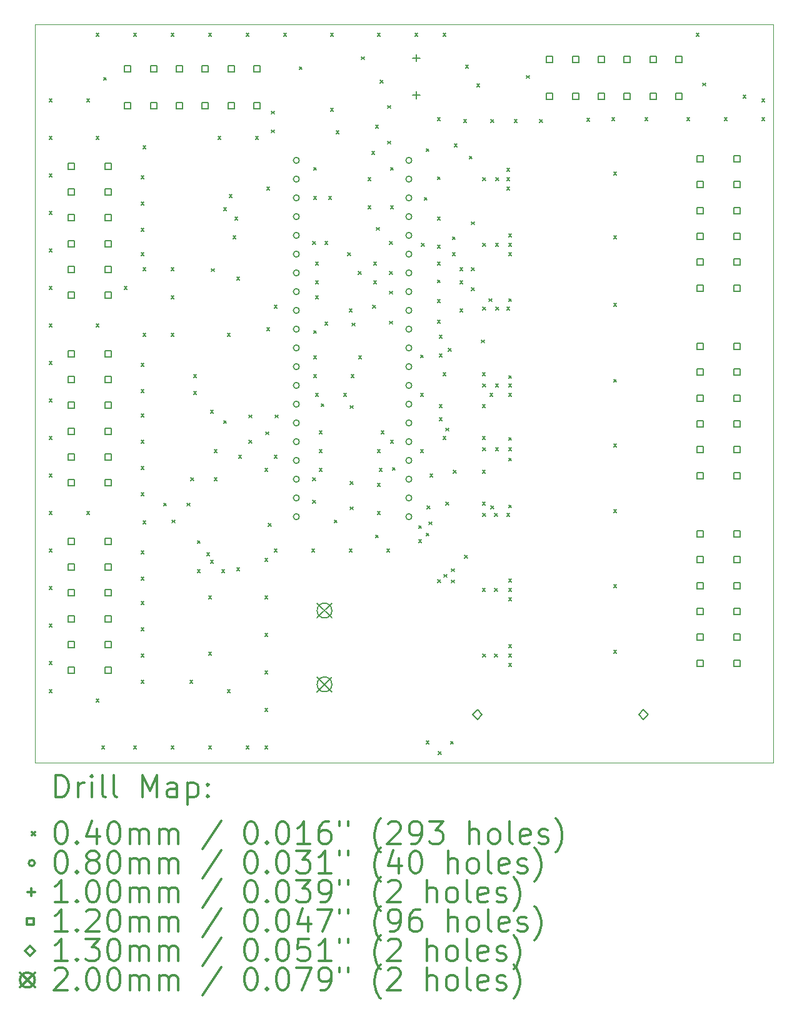
<source format=gbr>
%FSLAX45Y45*%
G04 Gerber Fmt 4.5, Leading zero omitted, Abs format (unit mm)*
G04 Created by KiCad (PCBNEW 5.1.9+dfsg1-1) date 2021-12-02 00:27:43*
%MOMM*%
%LPD*%
G01*
G04 APERTURE LIST*
%TA.AperFunction,Profile*%
%ADD10C,0.050000*%
%TD*%
%ADD11C,0.200000*%
%ADD12C,0.300000*%
G04 APERTURE END LIST*
D10*
X8041400Y-4050800D02*
X8041400Y-14050800D01*
X18041400Y-4050800D02*
X8041400Y-4050800D01*
X18041400Y-14050800D02*
X18041400Y-4050800D01*
X8041400Y-14050800D02*
X18041400Y-14050800D01*
D11*
X8235000Y-5060000D02*
X8275000Y-5100000D01*
X8275000Y-5060000D02*
X8235000Y-5100000D01*
X8235000Y-5568000D02*
X8275000Y-5608000D01*
X8275000Y-5568000D02*
X8235000Y-5608000D01*
X8235000Y-6076000D02*
X8275000Y-6116000D01*
X8275000Y-6076000D02*
X8235000Y-6116000D01*
X8235000Y-6584000D02*
X8275000Y-6624000D01*
X8275000Y-6584000D02*
X8235000Y-6624000D01*
X8235000Y-7092000D02*
X8275000Y-7132000D01*
X8275000Y-7092000D02*
X8235000Y-7132000D01*
X8235000Y-7600000D02*
X8275000Y-7640000D01*
X8275000Y-7600000D02*
X8235000Y-7640000D01*
X8235000Y-8108000D02*
X8275000Y-8148000D01*
X8275000Y-8108000D02*
X8235000Y-8148000D01*
X8235000Y-8616000D02*
X8275000Y-8656000D01*
X8275000Y-8616000D02*
X8235000Y-8656000D01*
X8235000Y-9124000D02*
X8275000Y-9164000D01*
X8275000Y-9124000D02*
X8235000Y-9164000D01*
X8235000Y-9632000D02*
X8275000Y-9672000D01*
X8275000Y-9632000D02*
X8235000Y-9672000D01*
X8235000Y-10140000D02*
X8275000Y-10180000D01*
X8275000Y-10140000D02*
X8235000Y-10180000D01*
X8235000Y-10648000D02*
X8275000Y-10688000D01*
X8275000Y-10648000D02*
X8235000Y-10688000D01*
X8235000Y-11156000D02*
X8275000Y-11196000D01*
X8275000Y-11156000D02*
X8235000Y-11196000D01*
X8235000Y-11664000D02*
X8275000Y-11704000D01*
X8275000Y-11664000D02*
X8235000Y-11704000D01*
X8235000Y-12172000D02*
X8275000Y-12212000D01*
X8275000Y-12172000D02*
X8235000Y-12212000D01*
X8235000Y-12680000D02*
X8275000Y-12720000D01*
X8275000Y-12680000D02*
X8235000Y-12720000D01*
X8235000Y-13061000D02*
X8275000Y-13101000D01*
X8275000Y-13061000D02*
X8235000Y-13101000D01*
X8743000Y-5060000D02*
X8783000Y-5100000D01*
X8783000Y-5060000D02*
X8743000Y-5100000D01*
X8743000Y-10648000D02*
X8783000Y-10688000D01*
X8783000Y-10648000D02*
X8743000Y-10688000D01*
X8870000Y-4171000D02*
X8910000Y-4211000D01*
X8910000Y-4171000D02*
X8870000Y-4211000D01*
X8870000Y-5568000D02*
X8910000Y-5608000D01*
X8910000Y-5568000D02*
X8870000Y-5608000D01*
X8870000Y-8108000D02*
X8910000Y-8148000D01*
X8910000Y-8108000D02*
X8870000Y-8148000D01*
X8870000Y-13188000D02*
X8910000Y-13228000D01*
X8910000Y-13188000D02*
X8870000Y-13228000D01*
X8946200Y-13823000D02*
X8986200Y-13863000D01*
X8986200Y-13823000D02*
X8946200Y-13863000D01*
X8971600Y-4767900D02*
X9011600Y-4807900D01*
X9011600Y-4767900D02*
X8971600Y-4807900D01*
X9251000Y-7600000D02*
X9291000Y-7640000D01*
X9291000Y-7600000D02*
X9251000Y-7640000D01*
X9378000Y-4171000D02*
X9418000Y-4211000D01*
X9418000Y-4171000D02*
X9378000Y-4211000D01*
X9378000Y-13823000D02*
X9418000Y-13863000D01*
X9418000Y-13823000D02*
X9378000Y-13863000D01*
X9479600Y-6101400D02*
X9519600Y-6141400D01*
X9519600Y-6101400D02*
X9479600Y-6141400D01*
X9479600Y-6457000D02*
X9519600Y-6497000D01*
X9519600Y-6457000D02*
X9479600Y-6497000D01*
X9479600Y-6812600D02*
X9519600Y-6852600D01*
X9519600Y-6812600D02*
X9479600Y-6852600D01*
X9479600Y-7142800D02*
X9519600Y-7182800D01*
X9519600Y-7142800D02*
X9479600Y-7182800D01*
X9479600Y-8641400D02*
X9519600Y-8681400D01*
X9519600Y-8641400D02*
X9479600Y-8681400D01*
X9479600Y-8997000D02*
X9519600Y-9037000D01*
X9519600Y-8997000D02*
X9479600Y-9037000D01*
X9479600Y-9327200D02*
X9519600Y-9367200D01*
X9519600Y-9327200D02*
X9479600Y-9367200D01*
X9479600Y-9682800D02*
X9519600Y-9722800D01*
X9519600Y-9682800D02*
X9479600Y-9722800D01*
X9479600Y-10038400D02*
X9519600Y-10078400D01*
X9519600Y-10038400D02*
X9479600Y-10078400D01*
X9479600Y-10394000D02*
X9519600Y-10434000D01*
X9519600Y-10394000D02*
X9479600Y-10434000D01*
X9479600Y-11181400D02*
X9519600Y-11221400D01*
X9519600Y-11181400D02*
X9479600Y-11221400D01*
X9479600Y-11537000D02*
X9519600Y-11577000D01*
X9519600Y-11537000D02*
X9479600Y-11577000D01*
X9479600Y-11867200D02*
X9519600Y-11907200D01*
X9519600Y-11867200D02*
X9479600Y-11907200D01*
X9479600Y-12222800D02*
X9519600Y-12262800D01*
X9519600Y-12222800D02*
X9479600Y-12262800D01*
X9479600Y-12578400D02*
X9519600Y-12618400D01*
X9519600Y-12578400D02*
X9479600Y-12618400D01*
X9479600Y-12934000D02*
X9519600Y-12974000D01*
X9519600Y-12934000D02*
X9479600Y-12974000D01*
X9505000Y-5695000D02*
X9545000Y-5735000D01*
X9545000Y-5695000D02*
X9505000Y-5735000D01*
X9505000Y-7346000D02*
X9545000Y-7386000D01*
X9545000Y-7346000D02*
X9505000Y-7386000D01*
X9505000Y-8235000D02*
X9545000Y-8275000D01*
X9545000Y-8235000D02*
X9505000Y-8275000D01*
X9505000Y-10775000D02*
X9545000Y-10815000D01*
X9545000Y-10775000D02*
X9505000Y-10815000D01*
X9784400Y-10533700D02*
X9824400Y-10573700D01*
X9824400Y-10533700D02*
X9784400Y-10573700D01*
X9886000Y-4171000D02*
X9926000Y-4211000D01*
X9926000Y-4171000D02*
X9886000Y-4211000D01*
X9886000Y-7346000D02*
X9926000Y-7386000D01*
X9926000Y-7346000D02*
X9886000Y-7386000D01*
X9886000Y-7727000D02*
X9926000Y-7767000D01*
X9926000Y-7727000D02*
X9886000Y-7767000D01*
X9886000Y-8235000D02*
X9926000Y-8275000D01*
X9926000Y-8235000D02*
X9886000Y-8275000D01*
X9886000Y-13823000D02*
X9926000Y-13863000D01*
X9926000Y-13823000D02*
X9886000Y-13863000D01*
X9898700Y-10762300D02*
X9938700Y-10802300D01*
X9938700Y-10762300D02*
X9898700Y-10802300D01*
X10101900Y-10533700D02*
X10141900Y-10573700D01*
X10141900Y-10533700D02*
X10101900Y-10573700D01*
X10140000Y-12934000D02*
X10180000Y-12974000D01*
X10180000Y-12934000D02*
X10140000Y-12974000D01*
X10152700Y-10190800D02*
X10192700Y-10230800D01*
X10192700Y-10190800D02*
X10152700Y-10230800D01*
X10190800Y-8793800D02*
X10230800Y-8833800D01*
X10230800Y-8793800D02*
X10190800Y-8833800D01*
X10190800Y-9022400D02*
X10230800Y-9062400D01*
X10230800Y-9022400D02*
X10190800Y-9062400D01*
X10241600Y-11041700D02*
X10281600Y-11081700D01*
X10281600Y-11041700D02*
X10241600Y-11081700D01*
X10241600Y-11435400D02*
X10281600Y-11475400D01*
X10281600Y-11435400D02*
X10241600Y-11475400D01*
X10368600Y-11206800D02*
X10408600Y-11246800D01*
X10408600Y-11206800D02*
X10368600Y-11246800D01*
X10394000Y-4171000D02*
X10434000Y-4211000D01*
X10434000Y-4171000D02*
X10394000Y-4211000D01*
X10394000Y-11791000D02*
X10434000Y-11831000D01*
X10434000Y-11791000D02*
X10394000Y-11831000D01*
X10394000Y-12553000D02*
X10434000Y-12593000D01*
X10434000Y-12553000D02*
X10394000Y-12593000D01*
X10394000Y-13823000D02*
X10434000Y-13863000D01*
X10434000Y-13823000D02*
X10394000Y-13863000D01*
X10419400Y-9276400D02*
X10459400Y-9316400D01*
X10459400Y-9276400D02*
X10419400Y-9316400D01*
X10419400Y-11308400D02*
X10459400Y-11348400D01*
X10459400Y-11308400D02*
X10419400Y-11348400D01*
X10432400Y-7358400D02*
X10472400Y-7398400D01*
X10472400Y-7358400D02*
X10432400Y-7398400D01*
X10470200Y-9809800D02*
X10510200Y-9849800D01*
X10510200Y-9809800D02*
X10470200Y-9849800D01*
X10470200Y-10190800D02*
X10510200Y-10230800D01*
X10510200Y-10190800D02*
X10470200Y-10230800D01*
X10521000Y-5568000D02*
X10561000Y-5608000D01*
X10561000Y-5568000D02*
X10521000Y-5608000D01*
X10571800Y-11435400D02*
X10611800Y-11475400D01*
X10611800Y-11435400D02*
X10571800Y-11475400D01*
X10597200Y-6533200D02*
X10637200Y-6573200D01*
X10637200Y-6533200D02*
X10597200Y-6573200D01*
X10597200Y-9416100D02*
X10637200Y-9456100D01*
X10637200Y-9416100D02*
X10597200Y-9456100D01*
X10648000Y-8235000D02*
X10688000Y-8275000D01*
X10688000Y-8235000D02*
X10648000Y-8275000D01*
X10648000Y-13061000D02*
X10688000Y-13101000D01*
X10688000Y-13061000D02*
X10648000Y-13101000D01*
X10672935Y-6355865D02*
X10712935Y-6395865D01*
X10712935Y-6355865D02*
X10672935Y-6395865D01*
X10724200Y-6914200D02*
X10764200Y-6954200D01*
X10764200Y-6914200D02*
X10724200Y-6954200D01*
X10749600Y-6660200D02*
X10789600Y-6700200D01*
X10789600Y-6660200D02*
X10749600Y-6700200D01*
X10775000Y-7473000D02*
X10815000Y-7513000D01*
X10815000Y-7473000D02*
X10775000Y-7513000D01*
X10775000Y-11410000D02*
X10815000Y-11450000D01*
X10815000Y-11410000D02*
X10775000Y-11450000D01*
X10800400Y-9886000D02*
X10840400Y-9926000D01*
X10840400Y-9886000D02*
X10800400Y-9926000D01*
X10902000Y-4171000D02*
X10942000Y-4211000D01*
X10942000Y-4171000D02*
X10902000Y-4211000D01*
X10902000Y-13823000D02*
X10942000Y-13863000D01*
X10942000Y-13823000D02*
X10902000Y-13863000D01*
X10940100Y-9339900D02*
X10980100Y-9379900D01*
X10980100Y-9339900D02*
X10940100Y-9379900D01*
X10940100Y-9682800D02*
X10980100Y-9722800D01*
X10980100Y-9682800D02*
X10940100Y-9722800D01*
X11029000Y-5568000D02*
X11069000Y-5608000D01*
X11069000Y-5568000D02*
X11029000Y-5608000D01*
X11156000Y-11283000D02*
X11196000Y-11323000D01*
X11196000Y-11283000D02*
X11156000Y-11323000D01*
X11156000Y-11791000D02*
X11196000Y-11831000D01*
X11196000Y-11791000D02*
X11156000Y-11831000D01*
X11156000Y-12299000D02*
X11196000Y-12339000D01*
X11196000Y-12299000D02*
X11156000Y-12339000D01*
X11156000Y-12807000D02*
X11196000Y-12847000D01*
X11196000Y-12807000D02*
X11156000Y-12847000D01*
X11156000Y-13315000D02*
X11196000Y-13355000D01*
X11196000Y-13315000D02*
X11156000Y-13355000D01*
X11156000Y-13823000D02*
X11196000Y-13863000D01*
X11196000Y-13823000D02*
X11156000Y-13863000D01*
X11156000Y-10063800D02*
X11196000Y-10103800D01*
X11196000Y-10063800D02*
X11156000Y-10103800D01*
X11168700Y-9568500D02*
X11208700Y-9608500D01*
X11208700Y-9568500D02*
X11168700Y-9608500D01*
X11181400Y-6253800D02*
X11221400Y-6293800D01*
X11221400Y-6253800D02*
X11181400Y-6293800D01*
X11181400Y-8158800D02*
X11221400Y-8198800D01*
X11221400Y-8158800D02*
X11181400Y-8198800D01*
X11199384Y-10809898D02*
X11239384Y-10849898D01*
X11239384Y-10809898D02*
X11199384Y-10849898D01*
X11244900Y-5225100D02*
X11284900Y-5265100D01*
X11284900Y-5225100D02*
X11244900Y-5265100D01*
X11244900Y-5479100D02*
X11284900Y-5519100D01*
X11284900Y-5479100D02*
X11244900Y-5519100D01*
X11283000Y-7854000D02*
X11323000Y-7894000D01*
X11323000Y-7854000D02*
X11283000Y-7894000D01*
X11283000Y-9886000D02*
X11323000Y-9926000D01*
X11323000Y-9886000D02*
X11283000Y-9926000D01*
X11283000Y-11156000D02*
X11323000Y-11196000D01*
X11323000Y-11156000D02*
X11283000Y-11196000D01*
X11295700Y-9339900D02*
X11335700Y-9379900D01*
X11335700Y-9339900D02*
X11295700Y-9379900D01*
X11410000Y-4171000D02*
X11450000Y-4211000D01*
X11450000Y-4171000D02*
X11410000Y-4211000D01*
X11620208Y-4623528D02*
X11660208Y-4663528D01*
X11660208Y-4623528D02*
X11620208Y-4663528D01*
X11791000Y-11156000D02*
X11831000Y-11196000D01*
X11831000Y-11156000D02*
X11791000Y-11196000D01*
X11803700Y-6990400D02*
X11843700Y-7030400D01*
X11843700Y-6990400D02*
X11803700Y-7030400D01*
X11803700Y-10190800D02*
X11843700Y-10230800D01*
X11843700Y-10190800D02*
X11803700Y-10230800D01*
X11803700Y-10495600D02*
X11843700Y-10535600D01*
X11843700Y-10495600D02*
X11803700Y-10535600D01*
X11816400Y-5987100D02*
X11856400Y-6027100D01*
X11856400Y-5987100D02*
X11816400Y-6027100D01*
X11816400Y-6380800D02*
X11856400Y-6420800D01*
X11856400Y-6380800D02*
X11816400Y-6420800D01*
X11816400Y-8196900D02*
X11856400Y-8236900D01*
X11856400Y-8196900D02*
X11816400Y-8236900D01*
X11816400Y-8539800D02*
X11856400Y-8579800D01*
X11856400Y-8539800D02*
X11816400Y-8579800D01*
X11816400Y-8793800D02*
X11856400Y-8833800D01*
X11856400Y-8793800D02*
X11816400Y-8833800D01*
X11841800Y-7269800D02*
X11881800Y-7309800D01*
X11881800Y-7269800D02*
X11841800Y-7309800D01*
X11841800Y-7523800D02*
X11881800Y-7563800D01*
X11881800Y-7523800D02*
X11841800Y-7563800D01*
X11841800Y-7727000D02*
X11881800Y-7767000D01*
X11881800Y-7727000D02*
X11841800Y-7767000D01*
X11841800Y-9047800D02*
X11881800Y-9087800D01*
X11881800Y-9047800D02*
X11841800Y-9087800D01*
X11892600Y-9555800D02*
X11932600Y-9595800D01*
X11932600Y-9555800D02*
X11892600Y-9595800D01*
X11892600Y-9809800D02*
X11932600Y-9849800D01*
X11932600Y-9809800D02*
X11892600Y-9849800D01*
X11892600Y-10063800D02*
X11932600Y-10103800D01*
X11932600Y-10063800D02*
X11892600Y-10103800D01*
X11918000Y-9187500D02*
X11958000Y-9227500D01*
X11958000Y-9187500D02*
X11918000Y-9227500D01*
X11968800Y-6990400D02*
X12008800Y-7030400D01*
X12008800Y-6990400D02*
X11968800Y-7030400D01*
X11968800Y-8082600D02*
X12008800Y-8122600D01*
X12008800Y-8082600D02*
X11968800Y-8122600D01*
X12019600Y-6380800D02*
X12059600Y-6420800D01*
X12059600Y-6380800D02*
X12019600Y-6420800D01*
X12044535Y-5187465D02*
X12084535Y-5227465D01*
X12084535Y-5187465D02*
X12044535Y-5227465D01*
X12045000Y-4171000D02*
X12085000Y-4211000D01*
X12085000Y-4171000D02*
X12045000Y-4211000D01*
X12095800Y-10762300D02*
X12135800Y-10802300D01*
X12135800Y-10762300D02*
X12095800Y-10802300D01*
X12121200Y-5491800D02*
X12161200Y-5531800D01*
X12161200Y-5491800D02*
X12121200Y-5531800D01*
X12222800Y-9047800D02*
X12262800Y-9087800D01*
X12262800Y-9047800D02*
X12222800Y-9087800D01*
X12277300Y-7142800D02*
X12317300Y-7182800D01*
X12317300Y-7142800D02*
X12277300Y-7182800D01*
X12299000Y-7904800D02*
X12339000Y-7944800D01*
X12339000Y-7904800D02*
X12299000Y-7944800D01*
X12299000Y-11156000D02*
X12339000Y-11196000D01*
X12339000Y-11156000D02*
X12299000Y-11196000D01*
X12311700Y-9212900D02*
X12351700Y-9252900D01*
X12351700Y-9212900D02*
X12311700Y-9252900D01*
X12311700Y-10241600D02*
X12351700Y-10281600D01*
X12351700Y-10241600D02*
X12311700Y-10281600D01*
X12311700Y-10584500D02*
X12351700Y-10624500D01*
X12351700Y-10584500D02*
X12311700Y-10624500D01*
X12324400Y-8793800D02*
X12364400Y-8833800D01*
X12364400Y-8793800D02*
X12324400Y-8833800D01*
X12337100Y-8095300D02*
X12377100Y-8135300D01*
X12377100Y-8095300D02*
X12337100Y-8135300D01*
X12422301Y-7396800D02*
X12462301Y-7436800D01*
X12462301Y-7396800D02*
X12422301Y-7436800D01*
X12426000Y-8539800D02*
X12466000Y-8579800D01*
X12466000Y-8539800D02*
X12426000Y-8579800D01*
X12464100Y-4488500D02*
X12504100Y-4528500D01*
X12504100Y-4488500D02*
X12464100Y-4528500D01*
X12553000Y-6126800D02*
X12593000Y-6166800D01*
X12593000Y-6126800D02*
X12553000Y-6166800D01*
X12553000Y-6507800D02*
X12593000Y-6547800D01*
X12593000Y-6507800D02*
X12553000Y-6547800D01*
X12603800Y-5771200D02*
X12643800Y-5811200D01*
X12643800Y-5771200D02*
X12603800Y-5811200D01*
X12616500Y-7854000D02*
X12656500Y-7894000D01*
X12656500Y-7854000D02*
X12616500Y-7894000D01*
X12629200Y-7269800D02*
X12669200Y-7309800D01*
X12669200Y-7269800D02*
X12629200Y-7309800D01*
X12629200Y-7523800D02*
X12669200Y-7563800D01*
X12669200Y-7523800D02*
X12629200Y-7563800D01*
X12654600Y-5415600D02*
X12694600Y-5455600D01*
X12694600Y-5415600D02*
X12654600Y-5455600D01*
X12654600Y-10965500D02*
X12694600Y-11005500D01*
X12694600Y-10965500D02*
X12654600Y-11005500D01*
X12667300Y-6799900D02*
X12707300Y-6839900D01*
X12707300Y-6799900D02*
X12667300Y-6839900D01*
X12680000Y-4171000D02*
X12720000Y-4211000D01*
X12720000Y-4171000D02*
X12680000Y-4211000D01*
X12680000Y-9809800D02*
X12720000Y-9849800D01*
X12720000Y-9809800D02*
X12680000Y-9849800D01*
X12680000Y-10267000D02*
X12720000Y-10307000D01*
X12720000Y-10267000D02*
X12680000Y-10307000D01*
X12680000Y-10648000D02*
X12720000Y-10688000D01*
X12720000Y-10648000D02*
X12680000Y-10688000D01*
X12705400Y-10063800D02*
X12745400Y-10103800D01*
X12745400Y-10063800D02*
X12705400Y-10103800D01*
X12718100Y-4806000D02*
X12758100Y-4846000D01*
X12758100Y-4806000D02*
X12718100Y-4846000D01*
X12730800Y-9555800D02*
X12770800Y-9595800D01*
X12770800Y-9555800D02*
X12730800Y-9595800D01*
X12807000Y-11156000D02*
X12847000Y-11196000D01*
X12847000Y-11156000D02*
X12807000Y-11196000D01*
X12819700Y-5148900D02*
X12859700Y-5188900D01*
X12859700Y-5148900D02*
X12819700Y-5188900D01*
X12819700Y-5631500D02*
X12859700Y-5671500D01*
X12859700Y-5631500D02*
X12819700Y-5671500D01*
X12845100Y-6990400D02*
X12885100Y-7030400D01*
X12885100Y-6990400D02*
X12845100Y-7030400D01*
X12845100Y-7396800D02*
X12885100Y-7436800D01*
X12885100Y-7396800D02*
X12845100Y-7436800D01*
X12845100Y-7663500D02*
X12885100Y-7703500D01*
X12885100Y-7663500D02*
X12845100Y-7703500D01*
X12845100Y-8069900D02*
X12885100Y-8109900D01*
X12885100Y-8069900D02*
X12845100Y-8109900D01*
X12857800Y-5987100D02*
X12897800Y-6027100D01*
X12897800Y-5987100D02*
X12857800Y-6027100D01*
X12857800Y-6507800D02*
X12897800Y-6547800D01*
X12897800Y-6507800D02*
X12857800Y-6547800D01*
X12857800Y-9682800D02*
X12897800Y-9722800D01*
X12897800Y-9682800D02*
X12857800Y-9722800D01*
X12883200Y-10051100D02*
X12923200Y-10091100D01*
X12923200Y-10051100D02*
X12883200Y-10091100D01*
X13188000Y-4171000D02*
X13228000Y-4211000D01*
X13228000Y-4171000D02*
X13188000Y-4211000D01*
X13238800Y-10838500D02*
X13278800Y-10878500D01*
X13278800Y-10838500D02*
X13238800Y-10878500D01*
X13238800Y-11029000D02*
X13278800Y-11069000D01*
X13278800Y-11029000D02*
X13238800Y-11069000D01*
X13264200Y-8527100D02*
X13304200Y-8567100D01*
X13304200Y-8527100D02*
X13264200Y-8567100D01*
X13264200Y-9047800D02*
X13304200Y-9087800D01*
X13304200Y-9047800D02*
X13264200Y-9087800D01*
X13264200Y-9809800D02*
X13304200Y-9849800D01*
X13304200Y-9809800D02*
X13264200Y-9849800D01*
X13276900Y-7015800D02*
X13316900Y-7055800D01*
X13316900Y-7015800D02*
X13276900Y-7055800D01*
X13315000Y-6393500D02*
X13355000Y-6433500D01*
X13355000Y-6393500D02*
X13315000Y-6433500D01*
X13340400Y-5733100D02*
X13380400Y-5773100D01*
X13380400Y-5733100D02*
X13340400Y-5773100D01*
X13340400Y-10940100D02*
X13380400Y-10980100D01*
X13380400Y-10940100D02*
X13340400Y-10980100D01*
X13340400Y-13756850D02*
X13380400Y-13796850D01*
X13380400Y-13756850D02*
X13340400Y-13796850D01*
X13353100Y-10571800D02*
X13393100Y-10611800D01*
X13393100Y-10571800D02*
X13353100Y-10611800D01*
X13378500Y-10787700D02*
X13418500Y-10827700D01*
X13418500Y-10787700D02*
X13378500Y-10827700D01*
X13391200Y-10140000D02*
X13431200Y-10180000D01*
X13431200Y-10140000D02*
X13391200Y-10180000D01*
X13492800Y-5314000D02*
X13532800Y-5354000D01*
X13532800Y-5314000D02*
X13492800Y-5354000D01*
X13492800Y-6114100D02*
X13532800Y-6154100D01*
X13532800Y-6114100D02*
X13492800Y-6154100D01*
X13492800Y-6660200D02*
X13532800Y-6700200D01*
X13532800Y-6660200D02*
X13492800Y-6700200D01*
X13492800Y-7041200D02*
X13532800Y-7081200D01*
X13532800Y-7041200D02*
X13492800Y-7081200D01*
X13492800Y-7269800D02*
X13532800Y-7309800D01*
X13532800Y-7269800D02*
X13492800Y-7309800D01*
X13492800Y-7511100D02*
X13532800Y-7551100D01*
X13532800Y-7511100D02*
X13492800Y-7551100D01*
X13492800Y-7777800D02*
X13532800Y-7817800D01*
X13532800Y-7777800D02*
X13492800Y-7817800D01*
X13492800Y-8057200D02*
X13532800Y-8097200D01*
X13532800Y-8057200D02*
X13492800Y-8097200D01*
X13497700Y-11572200D02*
X13537700Y-11612200D01*
X13537700Y-11572200D02*
X13497700Y-11612200D01*
X13505500Y-13899200D02*
X13545500Y-13939200D01*
X13545500Y-13899200D02*
X13505500Y-13939200D01*
X13518200Y-8260400D02*
X13558200Y-8300400D01*
X13558200Y-8260400D02*
X13518200Y-8300400D01*
X13518200Y-8514400D02*
X13558200Y-8554400D01*
X13558200Y-8514400D02*
X13518200Y-8554400D01*
X13518200Y-9200200D02*
X13558200Y-9240200D01*
X13558200Y-9200200D02*
X13518200Y-9240200D01*
X13518200Y-9378000D02*
X13558200Y-9418000D01*
X13558200Y-9378000D02*
X13518200Y-9418000D01*
X13569000Y-4171000D02*
X13609000Y-4211000D01*
X13609000Y-4171000D02*
X13569000Y-4211000D01*
X13569000Y-8768400D02*
X13609000Y-8808400D01*
X13609000Y-8768400D02*
X13569000Y-8808400D01*
X13569000Y-9632000D02*
X13609000Y-9672000D01*
X13609000Y-9632000D02*
X13569000Y-9672000D01*
X13581700Y-11498900D02*
X13621700Y-11538900D01*
X13621700Y-11498900D02*
X13581700Y-11538900D01*
X13607100Y-9517700D02*
X13647100Y-9557700D01*
X13647100Y-9517700D02*
X13607100Y-9557700D01*
X13607100Y-10521000D02*
X13647100Y-10561000D01*
X13647100Y-10521000D02*
X13607100Y-10561000D01*
X13642399Y-8438200D02*
X13682399Y-8478200D01*
X13682399Y-8438200D02*
X13642399Y-8478200D01*
X13670600Y-13759500D02*
X13710600Y-13799500D01*
X13710600Y-13759500D02*
X13670600Y-13799500D01*
X13683300Y-11422700D02*
X13723300Y-11462700D01*
X13723300Y-11422700D02*
X13683300Y-11462700D01*
X13683300Y-11575100D02*
X13723300Y-11615100D01*
X13723300Y-11575100D02*
X13683300Y-11615100D01*
X13696000Y-6926900D02*
X13736000Y-6966900D01*
X13736000Y-6926900D02*
X13696000Y-6966900D01*
X13696000Y-7142800D02*
X13736000Y-7182800D01*
X13736000Y-7142800D02*
X13696000Y-7182800D01*
X13709698Y-10089200D02*
X13749698Y-10129200D01*
X13749698Y-10089200D02*
X13709698Y-10129200D01*
X13721400Y-5669600D02*
X13761400Y-5709600D01*
X13761400Y-5669600D02*
X13721400Y-5709600D01*
X13797599Y-7523800D02*
X13837599Y-7563800D01*
X13837599Y-7523800D02*
X13797599Y-7563800D01*
X13797600Y-7346000D02*
X13837600Y-7386000D01*
X13837600Y-7346000D02*
X13797600Y-7386000D01*
X13797600Y-7904800D02*
X13837600Y-7944800D01*
X13837600Y-7904800D02*
X13797600Y-7944800D01*
X13848400Y-5339400D02*
X13888400Y-5379400D01*
X13888400Y-5339400D02*
X13848400Y-5379400D01*
X13858750Y-11242550D02*
X13898750Y-11282550D01*
X13898750Y-11242550D02*
X13858750Y-11282550D01*
X13873800Y-4602800D02*
X13913800Y-4642800D01*
X13913800Y-4602800D02*
X13873800Y-4642800D01*
X13924600Y-5834700D02*
X13964600Y-5874700D01*
X13964600Y-5834700D02*
X13924600Y-5874700D01*
X13952100Y-6723700D02*
X13992100Y-6763700D01*
X13992100Y-6723700D02*
X13952100Y-6763700D01*
X13952100Y-7343900D02*
X13992100Y-7383900D01*
X13992100Y-7343900D02*
X13952100Y-7383900D01*
X13952350Y-7615050D02*
X13992350Y-7655050D01*
X13992350Y-7615050D02*
X13952350Y-7655050D01*
X14026200Y-4856800D02*
X14066200Y-4896800D01*
X14066200Y-4856800D02*
X14026200Y-4896800D01*
X14089700Y-8323900D02*
X14129700Y-8363900D01*
X14129700Y-8323900D02*
X14089700Y-8363900D01*
X14102400Y-8768400D02*
X14142400Y-8808400D01*
X14142400Y-8768400D02*
X14102400Y-8808400D01*
X14102400Y-9200200D02*
X14142400Y-9240200D01*
X14142400Y-9200200D02*
X14102400Y-9240200D01*
X14102400Y-10089200D02*
X14142400Y-10129200D01*
X14142400Y-10089200D02*
X14102400Y-10129200D01*
X14102400Y-10521000D02*
X14142400Y-10561000D01*
X14142400Y-10521000D02*
X14102400Y-10561000D01*
X14102400Y-11689400D02*
X14142400Y-11729400D01*
X14142400Y-11689400D02*
X14102400Y-11729400D01*
X14102401Y-9632001D02*
X14142401Y-9672001D01*
X14142401Y-9632001D02*
X14102401Y-9672001D01*
X14102900Y-6126300D02*
X14142900Y-6166300D01*
X14142900Y-6126300D02*
X14102900Y-6166300D01*
X14102900Y-7015300D02*
X14142900Y-7055300D01*
X14142900Y-7015300D02*
X14102900Y-7055300D01*
X14103000Y-7878800D02*
X14143000Y-7918800D01*
X14143000Y-7878800D02*
X14103000Y-7918800D01*
X14103000Y-12577800D02*
X14143000Y-12617800D01*
X14143000Y-12577800D02*
X14103000Y-12617800D01*
X14104900Y-9784400D02*
X14144900Y-9824400D01*
X14144900Y-9784400D02*
X14104900Y-9824400D01*
X14105400Y-8920300D02*
X14145400Y-8960300D01*
X14145400Y-8920300D02*
X14105400Y-8960300D01*
X14105500Y-10672800D02*
X14145500Y-10712800D01*
X14145500Y-10672800D02*
X14105500Y-10712800D01*
X14191300Y-7765100D02*
X14231300Y-7805100D01*
X14231300Y-7765100D02*
X14191300Y-7805100D01*
X14204000Y-9047800D02*
X14244000Y-9087800D01*
X14244000Y-9047800D02*
X14204000Y-9087800D01*
X14216700Y-5339400D02*
X14256700Y-5379400D01*
X14256700Y-5339400D02*
X14216700Y-5379400D01*
X14216700Y-10571800D02*
X14256700Y-10611800D01*
X14256700Y-10571800D02*
X14216700Y-10611800D01*
X14266900Y-10672800D02*
X14306900Y-10712800D01*
X14306900Y-10672800D02*
X14266900Y-10712800D01*
X14267500Y-11689400D02*
X14307500Y-11729400D01*
X14307500Y-11689400D02*
X14267500Y-11729400D01*
X14267500Y-12578400D02*
X14307500Y-12618400D01*
X14307500Y-12578400D02*
X14267500Y-12618400D01*
X14280200Y-7015800D02*
X14320200Y-7055800D01*
X14320200Y-7015800D02*
X14280200Y-7055800D01*
X14280200Y-8920800D02*
X14320200Y-8960800D01*
X14320200Y-8920800D02*
X14280200Y-8960800D01*
X14280200Y-9784400D02*
X14320200Y-9824400D01*
X14320200Y-9784400D02*
X14280200Y-9824400D01*
X14280700Y-6126300D02*
X14320700Y-6166300D01*
X14320700Y-6126300D02*
X14280700Y-6166300D01*
X14280800Y-7878800D02*
X14320800Y-7918800D01*
X14320800Y-7878800D02*
X14280800Y-7918800D01*
X14432600Y-5999800D02*
X14472600Y-6039800D01*
X14472600Y-5999800D02*
X14432600Y-6039800D01*
X14432600Y-6126800D02*
X14472600Y-6166800D01*
X14472600Y-6126800D02*
X14432600Y-6166800D01*
X14432600Y-6253800D02*
X14472600Y-6293800D01*
X14472600Y-6253800D02*
X14432600Y-6293800D01*
X14432600Y-7879400D02*
X14472600Y-7919400D01*
X14472600Y-7879400D02*
X14432600Y-7919400D01*
X14432600Y-10673400D02*
X14472600Y-10713400D01*
X14472600Y-10673400D02*
X14432600Y-10713400D01*
X14458000Y-6888800D02*
X14498000Y-6928800D01*
X14498000Y-6888800D02*
X14458000Y-6928800D01*
X14458000Y-7015800D02*
X14498000Y-7055800D01*
X14498000Y-7015800D02*
X14458000Y-7055800D01*
X14458000Y-7142800D02*
X14498000Y-7182800D01*
X14498000Y-7142800D02*
X14458000Y-7182800D01*
X14458000Y-7765100D02*
X14498000Y-7805100D01*
X14498000Y-7765100D02*
X14458000Y-7805100D01*
X14458000Y-8806500D02*
X14498000Y-8846500D01*
X14498000Y-8806500D02*
X14458000Y-8846500D01*
X14458000Y-8920800D02*
X14498000Y-8960800D01*
X14498000Y-8920800D02*
X14458000Y-8960800D01*
X14458000Y-9047800D02*
X14498000Y-9087800D01*
X14498000Y-9047800D02*
X14458000Y-9087800D01*
X14458000Y-9644700D02*
X14498000Y-9684700D01*
X14498000Y-9644700D02*
X14458000Y-9684700D01*
X14458000Y-9784400D02*
X14498000Y-9824400D01*
X14498000Y-9784400D02*
X14458000Y-9824400D01*
X14458000Y-9924100D02*
X14498000Y-9964100D01*
X14498000Y-9924100D02*
X14458000Y-9964100D01*
X14458000Y-10559100D02*
X14498000Y-10599100D01*
X14498000Y-10559100D02*
X14458000Y-10599100D01*
X14458000Y-11562400D02*
X14498000Y-11602400D01*
X14498000Y-11562400D02*
X14458000Y-11602400D01*
X14458000Y-11689400D02*
X14498000Y-11729400D01*
X14498000Y-11689400D02*
X14458000Y-11729400D01*
X14458000Y-11816400D02*
X14498000Y-11856400D01*
X14498000Y-11816400D02*
X14458000Y-11856400D01*
X14458000Y-12451400D02*
X14498000Y-12491400D01*
X14498000Y-12451400D02*
X14458000Y-12491400D01*
X14458000Y-12578400D02*
X14498000Y-12618400D01*
X14498000Y-12578400D02*
X14458000Y-12618400D01*
X14458000Y-12705400D02*
X14498000Y-12745400D01*
X14498000Y-12705400D02*
X14458000Y-12745400D01*
X14534200Y-5339400D02*
X14574200Y-5379400D01*
X14574200Y-5339400D02*
X14534200Y-5379400D01*
X14699300Y-4742500D02*
X14739300Y-4782500D01*
X14739300Y-4742500D02*
X14699300Y-4782500D01*
X14877100Y-5339400D02*
X14917100Y-5379400D01*
X14917100Y-5339400D02*
X14877100Y-5379400D01*
X15514400Y-5318600D02*
X15554400Y-5358600D01*
X15554400Y-5318600D02*
X15514400Y-5358600D01*
X15855000Y-5314000D02*
X15895000Y-5354000D01*
X15895000Y-5314000D02*
X15855000Y-5354000D01*
X15880400Y-6050600D02*
X15920400Y-6090600D01*
X15920400Y-6050600D02*
X15880400Y-6090600D01*
X15880400Y-6914200D02*
X15920400Y-6954200D01*
X15920400Y-6914200D02*
X15880400Y-6954200D01*
X15880400Y-7828600D02*
X15920400Y-7868600D01*
X15920400Y-7828600D02*
X15880400Y-7868600D01*
X15880400Y-8857300D02*
X15920400Y-8897300D01*
X15920400Y-8857300D02*
X15880400Y-8897300D01*
X15880400Y-9733600D02*
X15920400Y-9773600D01*
X15920400Y-9733600D02*
X15880400Y-9773600D01*
X15880400Y-10622600D02*
X15920400Y-10662600D01*
X15920400Y-10622600D02*
X15880400Y-10662600D01*
X15880400Y-11638600D02*
X15920400Y-11678600D01*
X15920400Y-11638600D02*
X15880400Y-11678600D01*
X15880400Y-12527600D02*
X15920400Y-12567600D01*
X15920400Y-12527600D02*
X15880400Y-12567600D01*
X16301800Y-5314000D02*
X16341800Y-5354000D01*
X16341800Y-5314000D02*
X16301800Y-5354000D01*
X16871000Y-5314000D02*
X16911000Y-5354000D01*
X16911000Y-5314000D02*
X16871000Y-5354000D01*
X16998000Y-4171000D02*
X17038000Y-4211000D01*
X17038000Y-4171000D02*
X16998000Y-4211000D01*
X17086900Y-4844100D02*
X17126900Y-4884100D01*
X17126900Y-4844100D02*
X17086900Y-4884100D01*
X17379000Y-5314000D02*
X17419000Y-5354000D01*
X17419000Y-5314000D02*
X17379000Y-5354000D01*
X17633000Y-5009200D02*
X17673000Y-5049200D01*
X17673000Y-5009200D02*
X17633000Y-5049200D01*
X17887000Y-5060000D02*
X17927000Y-5100000D01*
X17927000Y-5060000D02*
X17887000Y-5100000D01*
X17887000Y-5314000D02*
X17927000Y-5354000D01*
X17927000Y-5314000D02*
X17887000Y-5354000D01*
X11622400Y-5892800D02*
G75*
G03*
X11622400Y-5892800I-40000J0D01*
G01*
X11622400Y-6146800D02*
G75*
G03*
X11622400Y-6146800I-40000J0D01*
G01*
X11622400Y-6400800D02*
G75*
G03*
X11622400Y-6400800I-40000J0D01*
G01*
X11622400Y-6654800D02*
G75*
G03*
X11622400Y-6654800I-40000J0D01*
G01*
X11622400Y-6908800D02*
G75*
G03*
X11622400Y-6908800I-40000J0D01*
G01*
X11622400Y-7162800D02*
G75*
G03*
X11622400Y-7162800I-40000J0D01*
G01*
X11622400Y-7416800D02*
G75*
G03*
X11622400Y-7416800I-40000J0D01*
G01*
X11622400Y-7670800D02*
G75*
G03*
X11622400Y-7670800I-40000J0D01*
G01*
X11622400Y-7924800D02*
G75*
G03*
X11622400Y-7924800I-40000J0D01*
G01*
X11622400Y-8178800D02*
G75*
G03*
X11622400Y-8178800I-40000J0D01*
G01*
X11622400Y-8432800D02*
G75*
G03*
X11622400Y-8432800I-40000J0D01*
G01*
X11622400Y-8686800D02*
G75*
G03*
X11622400Y-8686800I-40000J0D01*
G01*
X11622400Y-8940800D02*
G75*
G03*
X11622400Y-8940800I-40000J0D01*
G01*
X11622400Y-9194800D02*
G75*
G03*
X11622400Y-9194800I-40000J0D01*
G01*
X11622400Y-9448800D02*
G75*
G03*
X11622400Y-9448800I-40000J0D01*
G01*
X11622400Y-9702800D02*
G75*
G03*
X11622400Y-9702800I-40000J0D01*
G01*
X11622400Y-9956800D02*
G75*
G03*
X11622400Y-9956800I-40000J0D01*
G01*
X11622400Y-10210800D02*
G75*
G03*
X11622400Y-10210800I-40000J0D01*
G01*
X11622400Y-10464800D02*
G75*
G03*
X11622400Y-10464800I-40000J0D01*
G01*
X11622400Y-10718800D02*
G75*
G03*
X11622400Y-10718800I-40000J0D01*
G01*
X13146400Y-5892800D02*
G75*
G03*
X13146400Y-5892800I-40000J0D01*
G01*
X13146400Y-6146800D02*
G75*
G03*
X13146400Y-6146800I-40000J0D01*
G01*
X13146400Y-6400800D02*
G75*
G03*
X13146400Y-6400800I-40000J0D01*
G01*
X13146400Y-6654800D02*
G75*
G03*
X13146400Y-6654800I-40000J0D01*
G01*
X13146400Y-6908800D02*
G75*
G03*
X13146400Y-6908800I-40000J0D01*
G01*
X13146400Y-7162800D02*
G75*
G03*
X13146400Y-7162800I-40000J0D01*
G01*
X13146400Y-7416800D02*
G75*
G03*
X13146400Y-7416800I-40000J0D01*
G01*
X13146400Y-7670800D02*
G75*
G03*
X13146400Y-7670800I-40000J0D01*
G01*
X13146400Y-7924800D02*
G75*
G03*
X13146400Y-7924800I-40000J0D01*
G01*
X13146400Y-8178800D02*
G75*
G03*
X13146400Y-8178800I-40000J0D01*
G01*
X13146400Y-8432800D02*
G75*
G03*
X13146400Y-8432800I-40000J0D01*
G01*
X13146400Y-8686800D02*
G75*
G03*
X13146400Y-8686800I-40000J0D01*
G01*
X13146400Y-8940800D02*
G75*
G03*
X13146400Y-8940800I-40000J0D01*
G01*
X13146400Y-9194800D02*
G75*
G03*
X13146400Y-9194800I-40000J0D01*
G01*
X13146400Y-9448800D02*
G75*
G03*
X13146400Y-9448800I-40000J0D01*
G01*
X13146400Y-9702800D02*
G75*
G03*
X13146400Y-9702800I-40000J0D01*
G01*
X13146400Y-9956800D02*
G75*
G03*
X13146400Y-9956800I-40000J0D01*
G01*
X13146400Y-10210800D02*
G75*
G03*
X13146400Y-10210800I-40000J0D01*
G01*
X13146400Y-10464800D02*
G75*
G03*
X13146400Y-10464800I-40000J0D01*
G01*
X13146400Y-10718800D02*
G75*
G03*
X13146400Y-10718800I-40000J0D01*
G01*
X13208000Y-4453800D02*
X13208000Y-4553800D01*
X13158000Y-4503800D02*
X13258000Y-4503800D01*
X13208000Y-4953800D02*
X13208000Y-5053800D01*
X13158000Y-5003800D02*
X13258000Y-5003800D01*
X8576827Y-6011427D02*
X8576827Y-5926573D01*
X8491973Y-5926573D01*
X8491973Y-6011427D01*
X8576827Y-6011427D01*
X8576827Y-6361427D02*
X8576827Y-6276573D01*
X8491973Y-6276573D01*
X8491973Y-6361427D01*
X8576827Y-6361427D01*
X8576827Y-6711427D02*
X8576827Y-6626573D01*
X8491973Y-6626573D01*
X8491973Y-6711427D01*
X8576827Y-6711427D01*
X8576827Y-7061427D02*
X8576827Y-6976573D01*
X8491973Y-6976573D01*
X8491973Y-7061427D01*
X8576827Y-7061427D01*
X8576827Y-7411427D02*
X8576827Y-7326573D01*
X8491973Y-7326573D01*
X8491973Y-7411427D01*
X8576827Y-7411427D01*
X8576827Y-7761427D02*
X8576827Y-7676573D01*
X8491973Y-7676573D01*
X8491973Y-7761427D01*
X8576827Y-7761427D01*
X8576827Y-8551427D02*
X8576827Y-8466573D01*
X8491973Y-8466573D01*
X8491973Y-8551427D01*
X8576827Y-8551427D01*
X8576827Y-8901427D02*
X8576827Y-8816573D01*
X8491973Y-8816573D01*
X8491973Y-8901427D01*
X8576827Y-8901427D01*
X8576827Y-9251427D02*
X8576827Y-9166573D01*
X8491973Y-9166573D01*
X8491973Y-9251427D01*
X8576827Y-9251427D01*
X8576827Y-9601427D02*
X8576827Y-9516573D01*
X8491973Y-9516573D01*
X8491973Y-9601427D01*
X8576827Y-9601427D01*
X8576827Y-9951427D02*
X8576827Y-9866573D01*
X8491973Y-9866573D01*
X8491973Y-9951427D01*
X8576827Y-9951427D01*
X8576827Y-10301427D02*
X8576827Y-10216573D01*
X8491973Y-10216573D01*
X8491973Y-10301427D01*
X8576827Y-10301427D01*
X8576827Y-11091427D02*
X8576827Y-11006573D01*
X8491973Y-11006573D01*
X8491973Y-11091427D01*
X8576827Y-11091427D01*
X8576827Y-11441427D02*
X8576827Y-11356573D01*
X8491973Y-11356573D01*
X8491973Y-11441427D01*
X8576827Y-11441427D01*
X8576827Y-11791427D02*
X8576827Y-11706573D01*
X8491973Y-11706573D01*
X8491973Y-11791427D01*
X8576827Y-11791427D01*
X8576827Y-12141427D02*
X8576827Y-12056573D01*
X8491973Y-12056573D01*
X8491973Y-12141427D01*
X8576827Y-12141427D01*
X8576827Y-12491427D02*
X8576827Y-12406573D01*
X8491973Y-12406573D01*
X8491973Y-12491427D01*
X8576827Y-12491427D01*
X8576827Y-12841427D02*
X8576827Y-12756573D01*
X8491973Y-12756573D01*
X8491973Y-12841427D01*
X8576827Y-12841427D01*
X9076827Y-6011427D02*
X9076827Y-5926573D01*
X8991973Y-5926573D01*
X8991973Y-6011427D01*
X9076827Y-6011427D01*
X9076827Y-6361427D02*
X9076827Y-6276573D01*
X8991973Y-6276573D01*
X8991973Y-6361427D01*
X9076827Y-6361427D01*
X9076827Y-6711427D02*
X9076827Y-6626573D01*
X8991973Y-6626573D01*
X8991973Y-6711427D01*
X9076827Y-6711427D01*
X9076827Y-7061427D02*
X9076827Y-6976573D01*
X8991973Y-6976573D01*
X8991973Y-7061427D01*
X9076827Y-7061427D01*
X9076827Y-7411427D02*
X9076827Y-7326573D01*
X8991973Y-7326573D01*
X8991973Y-7411427D01*
X9076827Y-7411427D01*
X9076827Y-7761427D02*
X9076827Y-7676573D01*
X8991973Y-7676573D01*
X8991973Y-7761427D01*
X9076827Y-7761427D01*
X9076827Y-8551427D02*
X9076827Y-8466573D01*
X8991973Y-8466573D01*
X8991973Y-8551427D01*
X9076827Y-8551427D01*
X9076827Y-8901427D02*
X9076827Y-8816573D01*
X8991973Y-8816573D01*
X8991973Y-8901427D01*
X9076827Y-8901427D01*
X9076827Y-9251427D02*
X9076827Y-9166573D01*
X8991973Y-9166573D01*
X8991973Y-9251427D01*
X9076827Y-9251427D01*
X9076827Y-9601427D02*
X9076827Y-9516573D01*
X8991973Y-9516573D01*
X8991973Y-9601427D01*
X9076827Y-9601427D01*
X9076827Y-9951427D02*
X9076827Y-9866573D01*
X8991973Y-9866573D01*
X8991973Y-9951427D01*
X9076827Y-9951427D01*
X9076827Y-10301427D02*
X9076827Y-10216573D01*
X8991973Y-10216573D01*
X8991973Y-10301427D01*
X9076827Y-10301427D01*
X9076827Y-11091427D02*
X9076827Y-11006573D01*
X8991973Y-11006573D01*
X8991973Y-11091427D01*
X9076827Y-11091427D01*
X9076827Y-11441427D02*
X9076827Y-11356573D01*
X8991973Y-11356573D01*
X8991973Y-11441427D01*
X9076827Y-11441427D01*
X9076827Y-11791427D02*
X9076827Y-11706573D01*
X8991973Y-11706573D01*
X8991973Y-11791427D01*
X9076827Y-11791427D01*
X9076827Y-12141427D02*
X9076827Y-12056573D01*
X8991973Y-12056573D01*
X8991973Y-12141427D01*
X9076827Y-12141427D01*
X9076827Y-12491427D02*
X9076827Y-12406573D01*
X8991973Y-12406573D01*
X8991973Y-12491427D01*
X9076827Y-12491427D01*
X9076827Y-12841427D02*
X9076827Y-12756573D01*
X8991973Y-12756573D01*
X8991973Y-12841427D01*
X9076827Y-12841427D01*
X9341427Y-4690627D02*
X9341427Y-4605773D01*
X9256573Y-4605773D01*
X9256573Y-4690627D01*
X9341427Y-4690627D01*
X9341427Y-5190627D02*
X9341427Y-5105773D01*
X9256573Y-5105773D01*
X9256573Y-5190627D01*
X9341427Y-5190627D01*
X9691427Y-4690627D02*
X9691427Y-4605773D01*
X9606573Y-4605773D01*
X9606573Y-4690627D01*
X9691427Y-4690627D01*
X9691427Y-5190627D02*
X9691427Y-5105773D01*
X9606573Y-5105773D01*
X9606573Y-5190627D01*
X9691427Y-5190627D01*
X10041427Y-4690627D02*
X10041427Y-4605773D01*
X9956573Y-4605773D01*
X9956573Y-4690627D01*
X10041427Y-4690627D01*
X10041427Y-5190627D02*
X10041427Y-5105773D01*
X9956573Y-5105773D01*
X9956573Y-5190627D01*
X10041427Y-5190627D01*
X10391427Y-4690627D02*
X10391427Y-4605773D01*
X10306573Y-4605773D01*
X10306573Y-4690627D01*
X10391427Y-4690627D01*
X10391427Y-5190627D02*
X10391427Y-5105773D01*
X10306573Y-5105773D01*
X10306573Y-5190627D01*
X10391427Y-5190627D01*
X10741427Y-4690627D02*
X10741427Y-4605773D01*
X10656573Y-4605773D01*
X10656573Y-4690627D01*
X10741427Y-4690627D01*
X10741427Y-5190627D02*
X10741427Y-5105773D01*
X10656573Y-5105773D01*
X10656573Y-5190627D01*
X10741427Y-5190627D01*
X11091427Y-4690627D02*
X11091427Y-4605773D01*
X11006573Y-4605773D01*
X11006573Y-4690627D01*
X11091427Y-4690627D01*
X11091427Y-5190627D02*
X11091427Y-5105773D01*
X11006573Y-5105773D01*
X11006573Y-5190627D01*
X11091427Y-5190627D01*
X15056427Y-4563627D02*
X15056427Y-4478773D01*
X14971573Y-4478773D01*
X14971573Y-4563627D01*
X15056427Y-4563627D01*
X15056427Y-5063627D02*
X15056427Y-4978773D01*
X14971573Y-4978773D01*
X14971573Y-5063627D01*
X15056427Y-5063627D01*
X15406427Y-4563627D02*
X15406427Y-4478773D01*
X15321573Y-4478773D01*
X15321573Y-4563627D01*
X15406427Y-4563627D01*
X15406427Y-5063627D02*
X15406427Y-4978773D01*
X15321573Y-4978773D01*
X15321573Y-5063627D01*
X15406427Y-5063627D01*
X15756427Y-4563627D02*
X15756427Y-4478773D01*
X15671573Y-4478773D01*
X15671573Y-4563627D01*
X15756427Y-4563627D01*
X15756427Y-5063627D02*
X15756427Y-4978773D01*
X15671573Y-4978773D01*
X15671573Y-5063627D01*
X15756427Y-5063627D01*
X16106427Y-4563627D02*
X16106427Y-4478773D01*
X16021573Y-4478773D01*
X16021573Y-4563627D01*
X16106427Y-4563627D01*
X16106427Y-5063627D02*
X16106427Y-4978773D01*
X16021573Y-4978773D01*
X16021573Y-5063627D01*
X16106427Y-5063627D01*
X16456427Y-4563627D02*
X16456427Y-4478773D01*
X16371573Y-4478773D01*
X16371573Y-4563627D01*
X16456427Y-4563627D01*
X16456427Y-5063627D02*
X16456427Y-4978773D01*
X16371573Y-4978773D01*
X16371573Y-5063627D01*
X16456427Y-5063627D01*
X16806427Y-4563627D02*
X16806427Y-4478773D01*
X16721573Y-4478773D01*
X16721573Y-4563627D01*
X16806427Y-4563627D01*
X16806427Y-5063627D02*
X16806427Y-4978773D01*
X16721573Y-4978773D01*
X16721573Y-5063627D01*
X16806427Y-5063627D01*
X17093827Y-5912427D02*
X17093827Y-5827573D01*
X17008973Y-5827573D01*
X17008973Y-5912427D01*
X17093827Y-5912427D01*
X17093827Y-6262427D02*
X17093827Y-6177573D01*
X17008973Y-6177573D01*
X17008973Y-6262427D01*
X17093827Y-6262427D01*
X17093827Y-6612427D02*
X17093827Y-6527573D01*
X17008973Y-6527573D01*
X17008973Y-6612427D01*
X17093827Y-6612427D01*
X17093827Y-6962427D02*
X17093827Y-6877573D01*
X17008973Y-6877573D01*
X17008973Y-6962427D01*
X17093827Y-6962427D01*
X17093827Y-7312427D02*
X17093827Y-7227573D01*
X17008973Y-7227573D01*
X17008973Y-7312427D01*
X17093827Y-7312427D01*
X17093827Y-7662427D02*
X17093827Y-7577573D01*
X17008973Y-7577573D01*
X17008973Y-7662427D01*
X17093827Y-7662427D01*
X17093827Y-8452427D02*
X17093827Y-8367573D01*
X17008973Y-8367573D01*
X17008973Y-8452427D01*
X17093827Y-8452427D01*
X17093827Y-8802427D02*
X17093827Y-8717573D01*
X17008973Y-8717573D01*
X17008973Y-8802427D01*
X17093827Y-8802427D01*
X17093827Y-9152427D02*
X17093827Y-9067573D01*
X17008973Y-9067573D01*
X17008973Y-9152427D01*
X17093827Y-9152427D01*
X17093827Y-9502427D02*
X17093827Y-9417573D01*
X17008973Y-9417573D01*
X17008973Y-9502427D01*
X17093827Y-9502427D01*
X17093827Y-9852427D02*
X17093827Y-9767573D01*
X17008973Y-9767573D01*
X17008973Y-9852427D01*
X17093827Y-9852427D01*
X17093827Y-10202427D02*
X17093827Y-10117573D01*
X17008973Y-10117573D01*
X17008973Y-10202427D01*
X17093827Y-10202427D01*
X17093827Y-10992427D02*
X17093827Y-10907573D01*
X17008973Y-10907573D01*
X17008973Y-10992427D01*
X17093827Y-10992427D01*
X17093827Y-11342427D02*
X17093827Y-11257573D01*
X17008973Y-11257573D01*
X17008973Y-11342427D01*
X17093827Y-11342427D01*
X17093827Y-11692427D02*
X17093827Y-11607573D01*
X17008973Y-11607573D01*
X17008973Y-11692427D01*
X17093827Y-11692427D01*
X17093827Y-12042427D02*
X17093827Y-11957573D01*
X17008973Y-11957573D01*
X17008973Y-12042427D01*
X17093827Y-12042427D01*
X17093827Y-12392427D02*
X17093827Y-12307573D01*
X17008973Y-12307573D01*
X17008973Y-12392427D01*
X17093827Y-12392427D01*
X17093827Y-12742427D02*
X17093827Y-12657573D01*
X17008973Y-12657573D01*
X17008973Y-12742427D01*
X17093827Y-12742427D01*
X17593827Y-5912427D02*
X17593827Y-5827573D01*
X17508973Y-5827573D01*
X17508973Y-5912427D01*
X17593827Y-5912427D01*
X17593827Y-6262427D02*
X17593827Y-6177573D01*
X17508973Y-6177573D01*
X17508973Y-6262427D01*
X17593827Y-6262427D01*
X17593827Y-6612427D02*
X17593827Y-6527573D01*
X17508973Y-6527573D01*
X17508973Y-6612427D01*
X17593827Y-6612427D01*
X17593827Y-6962427D02*
X17593827Y-6877573D01*
X17508973Y-6877573D01*
X17508973Y-6962427D01*
X17593827Y-6962427D01*
X17593827Y-7312427D02*
X17593827Y-7227573D01*
X17508973Y-7227573D01*
X17508973Y-7312427D01*
X17593827Y-7312427D01*
X17593827Y-7662427D02*
X17593827Y-7577573D01*
X17508973Y-7577573D01*
X17508973Y-7662427D01*
X17593827Y-7662427D01*
X17593827Y-8452427D02*
X17593827Y-8367573D01*
X17508973Y-8367573D01*
X17508973Y-8452427D01*
X17593827Y-8452427D01*
X17593827Y-8802427D02*
X17593827Y-8717573D01*
X17508973Y-8717573D01*
X17508973Y-8802427D01*
X17593827Y-8802427D01*
X17593827Y-9152427D02*
X17593827Y-9067573D01*
X17508973Y-9067573D01*
X17508973Y-9152427D01*
X17593827Y-9152427D01*
X17593827Y-9502427D02*
X17593827Y-9417573D01*
X17508973Y-9417573D01*
X17508973Y-9502427D01*
X17593827Y-9502427D01*
X17593827Y-9852427D02*
X17593827Y-9767573D01*
X17508973Y-9767573D01*
X17508973Y-9852427D01*
X17593827Y-9852427D01*
X17593827Y-10202427D02*
X17593827Y-10117573D01*
X17508973Y-10117573D01*
X17508973Y-10202427D01*
X17593827Y-10202427D01*
X17593827Y-10992427D02*
X17593827Y-10907573D01*
X17508973Y-10907573D01*
X17508973Y-10992427D01*
X17593827Y-10992427D01*
X17593827Y-11342427D02*
X17593827Y-11257573D01*
X17508973Y-11257573D01*
X17508973Y-11342427D01*
X17593827Y-11342427D01*
X17593827Y-11692427D02*
X17593827Y-11607573D01*
X17508973Y-11607573D01*
X17508973Y-11692427D01*
X17593827Y-11692427D01*
X17593827Y-12042427D02*
X17593827Y-11957573D01*
X17508973Y-11957573D01*
X17508973Y-12042427D01*
X17593827Y-12042427D01*
X17593827Y-12392427D02*
X17593827Y-12307573D01*
X17508973Y-12307573D01*
X17508973Y-12392427D01*
X17593827Y-12392427D01*
X17593827Y-12742427D02*
X17593827Y-12657573D01*
X17508973Y-12657573D01*
X17508973Y-12742427D01*
X17593827Y-12742427D01*
X14033500Y-13463500D02*
X14098500Y-13398500D01*
X14033500Y-13333500D01*
X13968500Y-13398500D01*
X14033500Y-13463500D01*
X16283500Y-13463500D02*
X16348500Y-13398500D01*
X16283500Y-13333500D01*
X16218500Y-13398500D01*
X16283500Y-13463500D01*
X11863400Y-11888800D02*
X12063400Y-12088800D01*
X12063400Y-11888800D02*
X11863400Y-12088800D01*
X12063400Y-11988800D02*
G75*
G03*
X12063400Y-11988800I-100000J0D01*
G01*
X11863400Y-12888800D02*
X12063400Y-13088800D01*
X12063400Y-12888800D02*
X11863400Y-13088800D01*
X12063400Y-12988800D02*
G75*
G03*
X12063400Y-12988800I-100000J0D01*
G01*
D12*
X8325328Y-14519014D02*
X8325328Y-14219014D01*
X8396757Y-14219014D01*
X8439614Y-14233300D01*
X8468186Y-14261871D01*
X8482471Y-14290443D01*
X8496757Y-14347586D01*
X8496757Y-14390443D01*
X8482471Y-14447586D01*
X8468186Y-14476157D01*
X8439614Y-14504729D01*
X8396757Y-14519014D01*
X8325328Y-14519014D01*
X8625328Y-14519014D02*
X8625328Y-14319014D01*
X8625328Y-14376157D02*
X8639614Y-14347586D01*
X8653900Y-14333300D01*
X8682471Y-14319014D01*
X8711043Y-14319014D01*
X8811043Y-14519014D02*
X8811043Y-14319014D01*
X8811043Y-14219014D02*
X8796757Y-14233300D01*
X8811043Y-14247586D01*
X8825328Y-14233300D01*
X8811043Y-14219014D01*
X8811043Y-14247586D01*
X8996757Y-14519014D02*
X8968186Y-14504729D01*
X8953900Y-14476157D01*
X8953900Y-14219014D01*
X9153900Y-14519014D02*
X9125328Y-14504729D01*
X9111043Y-14476157D01*
X9111043Y-14219014D01*
X9496757Y-14519014D02*
X9496757Y-14219014D01*
X9596757Y-14433300D01*
X9696757Y-14219014D01*
X9696757Y-14519014D01*
X9968186Y-14519014D02*
X9968186Y-14361871D01*
X9953900Y-14333300D01*
X9925328Y-14319014D01*
X9868186Y-14319014D01*
X9839614Y-14333300D01*
X9968186Y-14504729D02*
X9939614Y-14519014D01*
X9868186Y-14519014D01*
X9839614Y-14504729D01*
X9825328Y-14476157D01*
X9825328Y-14447586D01*
X9839614Y-14419014D01*
X9868186Y-14404729D01*
X9939614Y-14404729D01*
X9968186Y-14390443D01*
X10111043Y-14319014D02*
X10111043Y-14619014D01*
X10111043Y-14333300D02*
X10139614Y-14319014D01*
X10196757Y-14319014D01*
X10225328Y-14333300D01*
X10239614Y-14347586D01*
X10253900Y-14376157D01*
X10253900Y-14461871D01*
X10239614Y-14490443D01*
X10225328Y-14504729D01*
X10196757Y-14519014D01*
X10139614Y-14519014D01*
X10111043Y-14504729D01*
X10382471Y-14490443D02*
X10396757Y-14504729D01*
X10382471Y-14519014D01*
X10368186Y-14504729D01*
X10382471Y-14490443D01*
X10382471Y-14519014D01*
X10382471Y-14333300D02*
X10396757Y-14347586D01*
X10382471Y-14361871D01*
X10368186Y-14347586D01*
X10382471Y-14333300D01*
X10382471Y-14361871D01*
X7998900Y-14993300D02*
X8038900Y-15033300D01*
X8038900Y-14993300D02*
X7998900Y-15033300D01*
X8382471Y-14849014D02*
X8411043Y-14849014D01*
X8439614Y-14863300D01*
X8453900Y-14877586D01*
X8468186Y-14906157D01*
X8482471Y-14963300D01*
X8482471Y-15034729D01*
X8468186Y-15091871D01*
X8453900Y-15120443D01*
X8439614Y-15134729D01*
X8411043Y-15149014D01*
X8382471Y-15149014D01*
X8353900Y-15134729D01*
X8339614Y-15120443D01*
X8325328Y-15091871D01*
X8311043Y-15034729D01*
X8311043Y-14963300D01*
X8325328Y-14906157D01*
X8339614Y-14877586D01*
X8353900Y-14863300D01*
X8382471Y-14849014D01*
X8611043Y-15120443D02*
X8625328Y-15134729D01*
X8611043Y-15149014D01*
X8596757Y-15134729D01*
X8611043Y-15120443D01*
X8611043Y-15149014D01*
X8882471Y-14949014D02*
X8882471Y-15149014D01*
X8811043Y-14834729D02*
X8739614Y-15049014D01*
X8925328Y-15049014D01*
X9096757Y-14849014D02*
X9125328Y-14849014D01*
X9153900Y-14863300D01*
X9168186Y-14877586D01*
X9182471Y-14906157D01*
X9196757Y-14963300D01*
X9196757Y-15034729D01*
X9182471Y-15091871D01*
X9168186Y-15120443D01*
X9153900Y-15134729D01*
X9125328Y-15149014D01*
X9096757Y-15149014D01*
X9068186Y-15134729D01*
X9053900Y-15120443D01*
X9039614Y-15091871D01*
X9025328Y-15034729D01*
X9025328Y-14963300D01*
X9039614Y-14906157D01*
X9053900Y-14877586D01*
X9068186Y-14863300D01*
X9096757Y-14849014D01*
X9325328Y-15149014D02*
X9325328Y-14949014D01*
X9325328Y-14977586D02*
X9339614Y-14963300D01*
X9368186Y-14949014D01*
X9411043Y-14949014D01*
X9439614Y-14963300D01*
X9453900Y-14991871D01*
X9453900Y-15149014D01*
X9453900Y-14991871D02*
X9468186Y-14963300D01*
X9496757Y-14949014D01*
X9539614Y-14949014D01*
X9568186Y-14963300D01*
X9582471Y-14991871D01*
X9582471Y-15149014D01*
X9725328Y-15149014D02*
X9725328Y-14949014D01*
X9725328Y-14977586D02*
X9739614Y-14963300D01*
X9768186Y-14949014D01*
X9811043Y-14949014D01*
X9839614Y-14963300D01*
X9853900Y-14991871D01*
X9853900Y-15149014D01*
X9853900Y-14991871D02*
X9868186Y-14963300D01*
X9896757Y-14949014D01*
X9939614Y-14949014D01*
X9968186Y-14963300D01*
X9982471Y-14991871D01*
X9982471Y-15149014D01*
X10568186Y-14834729D02*
X10311043Y-15220443D01*
X10953900Y-14849014D02*
X10982471Y-14849014D01*
X11011043Y-14863300D01*
X11025328Y-14877586D01*
X11039614Y-14906157D01*
X11053900Y-14963300D01*
X11053900Y-15034729D01*
X11039614Y-15091871D01*
X11025328Y-15120443D01*
X11011043Y-15134729D01*
X10982471Y-15149014D01*
X10953900Y-15149014D01*
X10925328Y-15134729D01*
X10911043Y-15120443D01*
X10896757Y-15091871D01*
X10882471Y-15034729D01*
X10882471Y-14963300D01*
X10896757Y-14906157D01*
X10911043Y-14877586D01*
X10925328Y-14863300D01*
X10953900Y-14849014D01*
X11182471Y-15120443D02*
X11196757Y-15134729D01*
X11182471Y-15149014D01*
X11168186Y-15134729D01*
X11182471Y-15120443D01*
X11182471Y-15149014D01*
X11382471Y-14849014D02*
X11411043Y-14849014D01*
X11439614Y-14863300D01*
X11453900Y-14877586D01*
X11468186Y-14906157D01*
X11482471Y-14963300D01*
X11482471Y-15034729D01*
X11468186Y-15091871D01*
X11453900Y-15120443D01*
X11439614Y-15134729D01*
X11411043Y-15149014D01*
X11382471Y-15149014D01*
X11353900Y-15134729D01*
X11339614Y-15120443D01*
X11325328Y-15091871D01*
X11311043Y-15034729D01*
X11311043Y-14963300D01*
X11325328Y-14906157D01*
X11339614Y-14877586D01*
X11353900Y-14863300D01*
X11382471Y-14849014D01*
X11768186Y-15149014D02*
X11596757Y-15149014D01*
X11682471Y-15149014D02*
X11682471Y-14849014D01*
X11653900Y-14891871D01*
X11625328Y-14920443D01*
X11596757Y-14934729D01*
X12025328Y-14849014D02*
X11968186Y-14849014D01*
X11939614Y-14863300D01*
X11925328Y-14877586D01*
X11896757Y-14920443D01*
X11882471Y-14977586D01*
X11882471Y-15091871D01*
X11896757Y-15120443D01*
X11911043Y-15134729D01*
X11939614Y-15149014D01*
X11996757Y-15149014D01*
X12025328Y-15134729D01*
X12039614Y-15120443D01*
X12053900Y-15091871D01*
X12053900Y-15020443D01*
X12039614Y-14991871D01*
X12025328Y-14977586D01*
X11996757Y-14963300D01*
X11939614Y-14963300D01*
X11911043Y-14977586D01*
X11896757Y-14991871D01*
X11882471Y-15020443D01*
X12168186Y-14849014D02*
X12168186Y-14906157D01*
X12282471Y-14849014D02*
X12282471Y-14906157D01*
X12725328Y-15263300D02*
X12711043Y-15249014D01*
X12682471Y-15206157D01*
X12668186Y-15177586D01*
X12653900Y-15134729D01*
X12639614Y-15063300D01*
X12639614Y-15006157D01*
X12653900Y-14934729D01*
X12668186Y-14891871D01*
X12682471Y-14863300D01*
X12711043Y-14820443D01*
X12725328Y-14806157D01*
X12825328Y-14877586D02*
X12839614Y-14863300D01*
X12868186Y-14849014D01*
X12939614Y-14849014D01*
X12968186Y-14863300D01*
X12982471Y-14877586D01*
X12996757Y-14906157D01*
X12996757Y-14934729D01*
X12982471Y-14977586D01*
X12811043Y-15149014D01*
X12996757Y-15149014D01*
X13139614Y-15149014D02*
X13196757Y-15149014D01*
X13225328Y-15134729D01*
X13239614Y-15120443D01*
X13268186Y-15077586D01*
X13282471Y-15020443D01*
X13282471Y-14906157D01*
X13268186Y-14877586D01*
X13253900Y-14863300D01*
X13225328Y-14849014D01*
X13168186Y-14849014D01*
X13139614Y-14863300D01*
X13125328Y-14877586D01*
X13111043Y-14906157D01*
X13111043Y-14977586D01*
X13125328Y-15006157D01*
X13139614Y-15020443D01*
X13168186Y-15034729D01*
X13225328Y-15034729D01*
X13253900Y-15020443D01*
X13268186Y-15006157D01*
X13282471Y-14977586D01*
X13382471Y-14849014D02*
X13568186Y-14849014D01*
X13468186Y-14963300D01*
X13511043Y-14963300D01*
X13539614Y-14977586D01*
X13553900Y-14991871D01*
X13568186Y-15020443D01*
X13568186Y-15091871D01*
X13553900Y-15120443D01*
X13539614Y-15134729D01*
X13511043Y-15149014D01*
X13425328Y-15149014D01*
X13396757Y-15134729D01*
X13382471Y-15120443D01*
X13925328Y-15149014D02*
X13925328Y-14849014D01*
X14053900Y-15149014D02*
X14053900Y-14991871D01*
X14039614Y-14963300D01*
X14011043Y-14949014D01*
X13968186Y-14949014D01*
X13939614Y-14963300D01*
X13925328Y-14977586D01*
X14239614Y-15149014D02*
X14211043Y-15134729D01*
X14196757Y-15120443D01*
X14182471Y-15091871D01*
X14182471Y-15006157D01*
X14196757Y-14977586D01*
X14211043Y-14963300D01*
X14239614Y-14949014D01*
X14282471Y-14949014D01*
X14311043Y-14963300D01*
X14325328Y-14977586D01*
X14339614Y-15006157D01*
X14339614Y-15091871D01*
X14325328Y-15120443D01*
X14311043Y-15134729D01*
X14282471Y-15149014D01*
X14239614Y-15149014D01*
X14511043Y-15149014D02*
X14482471Y-15134729D01*
X14468186Y-15106157D01*
X14468186Y-14849014D01*
X14739614Y-15134729D02*
X14711043Y-15149014D01*
X14653900Y-15149014D01*
X14625328Y-15134729D01*
X14611043Y-15106157D01*
X14611043Y-14991871D01*
X14625328Y-14963300D01*
X14653900Y-14949014D01*
X14711043Y-14949014D01*
X14739614Y-14963300D01*
X14753900Y-14991871D01*
X14753900Y-15020443D01*
X14611043Y-15049014D01*
X14868186Y-15134729D02*
X14896757Y-15149014D01*
X14953900Y-15149014D01*
X14982471Y-15134729D01*
X14996757Y-15106157D01*
X14996757Y-15091871D01*
X14982471Y-15063300D01*
X14953900Y-15049014D01*
X14911043Y-15049014D01*
X14882471Y-15034729D01*
X14868186Y-15006157D01*
X14868186Y-14991871D01*
X14882471Y-14963300D01*
X14911043Y-14949014D01*
X14953900Y-14949014D01*
X14982471Y-14963300D01*
X15096757Y-15263300D02*
X15111043Y-15249014D01*
X15139614Y-15206157D01*
X15153900Y-15177586D01*
X15168186Y-15134729D01*
X15182471Y-15063300D01*
X15182471Y-15006157D01*
X15168186Y-14934729D01*
X15153900Y-14891871D01*
X15139614Y-14863300D01*
X15111043Y-14820443D01*
X15096757Y-14806157D01*
X8038900Y-15409300D02*
G75*
G03*
X8038900Y-15409300I-40000J0D01*
G01*
X8382471Y-15245014D02*
X8411043Y-15245014D01*
X8439614Y-15259300D01*
X8453900Y-15273586D01*
X8468186Y-15302157D01*
X8482471Y-15359300D01*
X8482471Y-15430729D01*
X8468186Y-15487871D01*
X8453900Y-15516443D01*
X8439614Y-15530729D01*
X8411043Y-15545014D01*
X8382471Y-15545014D01*
X8353900Y-15530729D01*
X8339614Y-15516443D01*
X8325328Y-15487871D01*
X8311043Y-15430729D01*
X8311043Y-15359300D01*
X8325328Y-15302157D01*
X8339614Y-15273586D01*
X8353900Y-15259300D01*
X8382471Y-15245014D01*
X8611043Y-15516443D02*
X8625328Y-15530729D01*
X8611043Y-15545014D01*
X8596757Y-15530729D01*
X8611043Y-15516443D01*
X8611043Y-15545014D01*
X8796757Y-15373586D02*
X8768186Y-15359300D01*
X8753900Y-15345014D01*
X8739614Y-15316443D01*
X8739614Y-15302157D01*
X8753900Y-15273586D01*
X8768186Y-15259300D01*
X8796757Y-15245014D01*
X8853900Y-15245014D01*
X8882471Y-15259300D01*
X8896757Y-15273586D01*
X8911043Y-15302157D01*
X8911043Y-15316443D01*
X8896757Y-15345014D01*
X8882471Y-15359300D01*
X8853900Y-15373586D01*
X8796757Y-15373586D01*
X8768186Y-15387871D01*
X8753900Y-15402157D01*
X8739614Y-15430729D01*
X8739614Y-15487871D01*
X8753900Y-15516443D01*
X8768186Y-15530729D01*
X8796757Y-15545014D01*
X8853900Y-15545014D01*
X8882471Y-15530729D01*
X8896757Y-15516443D01*
X8911043Y-15487871D01*
X8911043Y-15430729D01*
X8896757Y-15402157D01*
X8882471Y-15387871D01*
X8853900Y-15373586D01*
X9096757Y-15245014D02*
X9125328Y-15245014D01*
X9153900Y-15259300D01*
X9168186Y-15273586D01*
X9182471Y-15302157D01*
X9196757Y-15359300D01*
X9196757Y-15430729D01*
X9182471Y-15487871D01*
X9168186Y-15516443D01*
X9153900Y-15530729D01*
X9125328Y-15545014D01*
X9096757Y-15545014D01*
X9068186Y-15530729D01*
X9053900Y-15516443D01*
X9039614Y-15487871D01*
X9025328Y-15430729D01*
X9025328Y-15359300D01*
X9039614Y-15302157D01*
X9053900Y-15273586D01*
X9068186Y-15259300D01*
X9096757Y-15245014D01*
X9325328Y-15545014D02*
X9325328Y-15345014D01*
X9325328Y-15373586D02*
X9339614Y-15359300D01*
X9368186Y-15345014D01*
X9411043Y-15345014D01*
X9439614Y-15359300D01*
X9453900Y-15387871D01*
X9453900Y-15545014D01*
X9453900Y-15387871D02*
X9468186Y-15359300D01*
X9496757Y-15345014D01*
X9539614Y-15345014D01*
X9568186Y-15359300D01*
X9582471Y-15387871D01*
X9582471Y-15545014D01*
X9725328Y-15545014D02*
X9725328Y-15345014D01*
X9725328Y-15373586D02*
X9739614Y-15359300D01*
X9768186Y-15345014D01*
X9811043Y-15345014D01*
X9839614Y-15359300D01*
X9853900Y-15387871D01*
X9853900Y-15545014D01*
X9853900Y-15387871D02*
X9868186Y-15359300D01*
X9896757Y-15345014D01*
X9939614Y-15345014D01*
X9968186Y-15359300D01*
X9982471Y-15387871D01*
X9982471Y-15545014D01*
X10568186Y-15230729D02*
X10311043Y-15616443D01*
X10953900Y-15245014D02*
X10982471Y-15245014D01*
X11011043Y-15259300D01*
X11025328Y-15273586D01*
X11039614Y-15302157D01*
X11053900Y-15359300D01*
X11053900Y-15430729D01*
X11039614Y-15487871D01*
X11025328Y-15516443D01*
X11011043Y-15530729D01*
X10982471Y-15545014D01*
X10953900Y-15545014D01*
X10925328Y-15530729D01*
X10911043Y-15516443D01*
X10896757Y-15487871D01*
X10882471Y-15430729D01*
X10882471Y-15359300D01*
X10896757Y-15302157D01*
X10911043Y-15273586D01*
X10925328Y-15259300D01*
X10953900Y-15245014D01*
X11182471Y-15516443D02*
X11196757Y-15530729D01*
X11182471Y-15545014D01*
X11168186Y-15530729D01*
X11182471Y-15516443D01*
X11182471Y-15545014D01*
X11382471Y-15245014D02*
X11411043Y-15245014D01*
X11439614Y-15259300D01*
X11453900Y-15273586D01*
X11468186Y-15302157D01*
X11482471Y-15359300D01*
X11482471Y-15430729D01*
X11468186Y-15487871D01*
X11453900Y-15516443D01*
X11439614Y-15530729D01*
X11411043Y-15545014D01*
X11382471Y-15545014D01*
X11353900Y-15530729D01*
X11339614Y-15516443D01*
X11325328Y-15487871D01*
X11311043Y-15430729D01*
X11311043Y-15359300D01*
X11325328Y-15302157D01*
X11339614Y-15273586D01*
X11353900Y-15259300D01*
X11382471Y-15245014D01*
X11582471Y-15245014D02*
X11768186Y-15245014D01*
X11668186Y-15359300D01*
X11711043Y-15359300D01*
X11739614Y-15373586D01*
X11753900Y-15387871D01*
X11768186Y-15416443D01*
X11768186Y-15487871D01*
X11753900Y-15516443D01*
X11739614Y-15530729D01*
X11711043Y-15545014D01*
X11625328Y-15545014D01*
X11596757Y-15530729D01*
X11582471Y-15516443D01*
X12053900Y-15545014D02*
X11882471Y-15545014D01*
X11968186Y-15545014D02*
X11968186Y-15245014D01*
X11939614Y-15287871D01*
X11911043Y-15316443D01*
X11882471Y-15330729D01*
X12168186Y-15245014D02*
X12168186Y-15302157D01*
X12282471Y-15245014D02*
X12282471Y-15302157D01*
X12725328Y-15659300D02*
X12711043Y-15645014D01*
X12682471Y-15602157D01*
X12668186Y-15573586D01*
X12653900Y-15530729D01*
X12639614Y-15459300D01*
X12639614Y-15402157D01*
X12653900Y-15330729D01*
X12668186Y-15287871D01*
X12682471Y-15259300D01*
X12711043Y-15216443D01*
X12725328Y-15202157D01*
X12968186Y-15345014D02*
X12968186Y-15545014D01*
X12896757Y-15230729D02*
X12825328Y-15445014D01*
X13011043Y-15445014D01*
X13182471Y-15245014D02*
X13211043Y-15245014D01*
X13239614Y-15259300D01*
X13253900Y-15273586D01*
X13268186Y-15302157D01*
X13282471Y-15359300D01*
X13282471Y-15430729D01*
X13268186Y-15487871D01*
X13253900Y-15516443D01*
X13239614Y-15530729D01*
X13211043Y-15545014D01*
X13182471Y-15545014D01*
X13153900Y-15530729D01*
X13139614Y-15516443D01*
X13125328Y-15487871D01*
X13111043Y-15430729D01*
X13111043Y-15359300D01*
X13125328Y-15302157D01*
X13139614Y-15273586D01*
X13153900Y-15259300D01*
X13182471Y-15245014D01*
X13639614Y-15545014D02*
X13639614Y-15245014D01*
X13768186Y-15545014D02*
X13768186Y-15387871D01*
X13753900Y-15359300D01*
X13725328Y-15345014D01*
X13682471Y-15345014D01*
X13653900Y-15359300D01*
X13639614Y-15373586D01*
X13953900Y-15545014D02*
X13925328Y-15530729D01*
X13911043Y-15516443D01*
X13896757Y-15487871D01*
X13896757Y-15402157D01*
X13911043Y-15373586D01*
X13925328Y-15359300D01*
X13953900Y-15345014D01*
X13996757Y-15345014D01*
X14025328Y-15359300D01*
X14039614Y-15373586D01*
X14053900Y-15402157D01*
X14053900Y-15487871D01*
X14039614Y-15516443D01*
X14025328Y-15530729D01*
X13996757Y-15545014D01*
X13953900Y-15545014D01*
X14225328Y-15545014D02*
X14196757Y-15530729D01*
X14182471Y-15502157D01*
X14182471Y-15245014D01*
X14453900Y-15530729D02*
X14425328Y-15545014D01*
X14368186Y-15545014D01*
X14339614Y-15530729D01*
X14325328Y-15502157D01*
X14325328Y-15387871D01*
X14339614Y-15359300D01*
X14368186Y-15345014D01*
X14425328Y-15345014D01*
X14453900Y-15359300D01*
X14468186Y-15387871D01*
X14468186Y-15416443D01*
X14325328Y-15445014D01*
X14582471Y-15530729D02*
X14611043Y-15545014D01*
X14668186Y-15545014D01*
X14696757Y-15530729D01*
X14711043Y-15502157D01*
X14711043Y-15487871D01*
X14696757Y-15459300D01*
X14668186Y-15445014D01*
X14625328Y-15445014D01*
X14596757Y-15430729D01*
X14582471Y-15402157D01*
X14582471Y-15387871D01*
X14596757Y-15359300D01*
X14625328Y-15345014D01*
X14668186Y-15345014D01*
X14696757Y-15359300D01*
X14811043Y-15659300D02*
X14825328Y-15645014D01*
X14853900Y-15602157D01*
X14868186Y-15573586D01*
X14882471Y-15530729D01*
X14896757Y-15459300D01*
X14896757Y-15402157D01*
X14882471Y-15330729D01*
X14868186Y-15287871D01*
X14853900Y-15259300D01*
X14825328Y-15216443D01*
X14811043Y-15202157D01*
X7988900Y-15755300D02*
X7988900Y-15855300D01*
X7938900Y-15805300D02*
X8038900Y-15805300D01*
X8482471Y-15941014D02*
X8311043Y-15941014D01*
X8396757Y-15941014D02*
X8396757Y-15641014D01*
X8368186Y-15683871D01*
X8339614Y-15712443D01*
X8311043Y-15726729D01*
X8611043Y-15912443D02*
X8625328Y-15926729D01*
X8611043Y-15941014D01*
X8596757Y-15926729D01*
X8611043Y-15912443D01*
X8611043Y-15941014D01*
X8811043Y-15641014D02*
X8839614Y-15641014D01*
X8868186Y-15655300D01*
X8882471Y-15669586D01*
X8896757Y-15698157D01*
X8911043Y-15755300D01*
X8911043Y-15826729D01*
X8896757Y-15883871D01*
X8882471Y-15912443D01*
X8868186Y-15926729D01*
X8839614Y-15941014D01*
X8811043Y-15941014D01*
X8782471Y-15926729D01*
X8768186Y-15912443D01*
X8753900Y-15883871D01*
X8739614Y-15826729D01*
X8739614Y-15755300D01*
X8753900Y-15698157D01*
X8768186Y-15669586D01*
X8782471Y-15655300D01*
X8811043Y-15641014D01*
X9096757Y-15641014D02*
X9125328Y-15641014D01*
X9153900Y-15655300D01*
X9168186Y-15669586D01*
X9182471Y-15698157D01*
X9196757Y-15755300D01*
X9196757Y-15826729D01*
X9182471Y-15883871D01*
X9168186Y-15912443D01*
X9153900Y-15926729D01*
X9125328Y-15941014D01*
X9096757Y-15941014D01*
X9068186Y-15926729D01*
X9053900Y-15912443D01*
X9039614Y-15883871D01*
X9025328Y-15826729D01*
X9025328Y-15755300D01*
X9039614Y-15698157D01*
X9053900Y-15669586D01*
X9068186Y-15655300D01*
X9096757Y-15641014D01*
X9325328Y-15941014D02*
X9325328Y-15741014D01*
X9325328Y-15769586D02*
X9339614Y-15755300D01*
X9368186Y-15741014D01*
X9411043Y-15741014D01*
X9439614Y-15755300D01*
X9453900Y-15783871D01*
X9453900Y-15941014D01*
X9453900Y-15783871D02*
X9468186Y-15755300D01*
X9496757Y-15741014D01*
X9539614Y-15741014D01*
X9568186Y-15755300D01*
X9582471Y-15783871D01*
X9582471Y-15941014D01*
X9725328Y-15941014D02*
X9725328Y-15741014D01*
X9725328Y-15769586D02*
X9739614Y-15755300D01*
X9768186Y-15741014D01*
X9811043Y-15741014D01*
X9839614Y-15755300D01*
X9853900Y-15783871D01*
X9853900Y-15941014D01*
X9853900Y-15783871D02*
X9868186Y-15755300D01*
X9896757Y-15741014D01*
X9939614Y-15741014D01*
X9968186Y-15755300D01*
X9982471Y-15783871D01*
X9982471Y-15941014D01*
X10568186Y-15626729D02*
X10311043Y-16012443D01*
X10953900Y-15641014D02*
X10982471Y-15641014D01*
X11011043Y-15655300D01*
X11025328Y-15669586D01*
X11039614Y-15698157D01*
X11053900Y-15755300D01*
X11053900Y-15826729D01*
X11039614Y-15883871D01*
X11025328Y-15912443D01*
X11011043Y-15926729D01*
X10982471Y-15941014D01*
X10953900Y-15941014D01*
X10925328Y-15926729D01*
X10911043Y-15912443D01*
X10896757Y-15883871D01*
X10882471Y-15826729D01*
X10882471Y-15755300D01*
X10896757Y-15698157D01*
X10911043Y-15669586D01*
X10925328Y-15655300D01*
X10953900Y-15641014D01*
X11182471Y-15912443D02*
X11196757Y-15926729D01*
X11182471Y-15941014D01*
X11168186Y-15926729D01*
X11182471Y-15912443D01*
X11182471Y-15941014D01*
X11382471Y-15641014D02*
X11411043Y-15641014D01*
X11439614Y-15655300D01*
X11453900Y-15669586D01*
X11468186Y-15698157D01*
X11482471Y-15755300D01*
X11482471Y-15826729D01*
X11468186Y-15883871D01*
X11453900Y-15912443D01*
X11439614Y-15926729D01*
X11411043Y-15941014D01*
X11382471Y-15941014D01*
X11353900Y-15926729D01*
X11339614Y-15912443D01*
X11325328Y-15883871D01*
X11311043Y-15826729D01*
X11311043Y-15755300D01*
X11325328Y-15698157D01*
X11339614Y-15669586D01*
X11353900Y-15655300D01*
X11382471Y-15641014D01*
X11582471Y-15641014D02*
X11768186Y-15641014D01*
X11668186Y-15755300D01*
X11711043Y-15755300D01*
X11739614Y-15769586D01*
X11753900Y-15783871D01*
X11768186Y-15812443D01*
X11768186Y-15883871D01*
X11753900Y-15912443D01*
X11739614Y-15926729D01*
X11711043Y-15941014D01*
X11625328Y-15941014D01*
X11596757Y-15926729D01*
X11582471Y-15912443D01*
X11911043Y-15941014D02*
X11968186Y-15941014D01*
X11996757Y-15926729D01*
X12011043Y-15912443D01*
X12039614Y-15869586D01*
X12053900Y-15812443D01*
X12053900Y-15698157D01*
X12039614Y-15669586D01*
X12025328Y-15655300D01*
X11996757Y-15641014D01*
X11939614Y-15641014D01*
X11911043Y-15655300D01*
X11896757Y-15669586D01*
X11882471Y-15698157D01*
X11882471Y-15769586D01*
X11896757Y-15798157D01*
X11911043Y-15812443D01*
X11939614Y-15826729D01*
X11996757Y-15826729D01*
X12025328Y-15812443D01*
X12039614Y-15798157D01*
X12053900Y-15769586D01*
X12168186Y-15641014D02*
X12168186Y-15698157D01*
X12282471Y-15641014D02*
X12282471Y-15698157D01*
X12725328Y-16055300D02*
X12711043Y-16041014D01*
X12682471Y-15998157D01*
X12668186Y-15969586D01*
X12653900Y-15926729D01*
X12639614Y-15855300D01*
X12639614Y-15798157D01*
X12653900Y-15726729D01*
X12668186Y-15683871D01*
X12682471Y-15655300D01*
X12711043Y-15612443D01*
X12725328Y-15598157D01*
X12825328Y-15669586D02*
X12839614Y-15655300D01*
X12868186Y-15641014D01*
X12939614Y-15641014D01*
X12968186Y-15655300D01*
X12982471Y-15669586D01*
X12996757Y-15698157D01*
X12996757Y-15726729D01*
X12982471Y-15769586D01*
X12811043Y-15941014D01*
X12996757Y-15941014D01*
X13353900Y-15941014D02*
X13353900Y-15641014D01*
X13482471Y-15941014D02*
X13482471Y-15783871D01*
X13468186Y-15755300D01*
X13439614Y-15741014D01*
X13396757Y-15741014D01*
X13368186Y-15755300D01*
X13353900Y-15769586D01*
X13668186Y-15941014D02*
X13639614Y-15926729D01*
X13625328Y-15912443D01*
X13611043Y-15883871D01*
X13611043Y-15798157D01*
X13625328Y-15769586D01*
X13639614Y-15755300D01*
X13668186Y-15741014D01*
X13711043Y-15741014D01*
X13739614Y-15755300D01*
X13753900Y-15769586D01*
X13768186Y-15798157D01*
X13768186Y-15883871D01*
X13753900Y-15912443D01*
X13739614Y-15926729D01*
X13711043Y-15941014D01*
X13668186Y-15941014D01*
X13939614Y-15941014D02*
X13911043Y-15926729D01*
X13896757Y-15898157D01*
X13896757Y-15641014D01*
X14168186Y-15926729D02*
X14139614Y-15941014D01*
X14082471Y-15941014D01*
X14053900Y-15926729D01*
X14039614Y-15898157D01*
X14039614Y-15783871D01*
X14053900Y-15755300D01*
X14082471Y-15741014D01*
X14139614Y-15741014D01*
X14168186Y-15755300D01*
X14182471Y-15783871D01*
X14182471Y-15812443D01*
X14039614Y-15841014D01*
X14296757Y-15926729D02*
X14325328Y-15941014D01*
X14382471Y-15941014D01*
X14411043Y-15926729D01*
X14425328Y-15898157D01*
X14425328Y-15883871D01*
X14411043Y-15855300D01*
X14382471Y-15841014D01*
X14339614Y-15841014D01*
X14311043Y-15826729D01*
X14296757Y-15798157D01*
X14296757Y-15783871D01*
X14311043Y-15755300D01*
X14339614Y-15741014D01*
X14382471Y-15741014D01*
X14411043Y-15755300D01*
X14525328Y-16055300D02*
X14539614Y-16041014D01*
X14568186Y-15998157D01*
X14582471Y-15969586D01*
X14596757Y-15926729D01*
X14611043Y-15855300D01*
X14611043Y-15798157D01*
X14596757Y-15726729D01*
X14582471Y-15683871D01*
X14568186Y-15655300D01*
X14539614Y-15612443D01*
X14525328Y-15598157D01*
X8021327Y-16243727D02*
X8021327Y-16158873D01*
X7936473Y-16158873D01*
X7936473Y-16243727D01*
X8021327Y-16243727D01*
X8482471Y-16337014D02*
X8311043Y-16337014D01*
X8396757Y-16337014D02*
X8396757Y-16037014D01*
X8368186Y-16079871D01*
X8339614Y-16108443D01*
X8311043Y-16122729D01*
X8611043Y-16308443D02*
X8625328Y-16322729D01*
X8611043Y-16337014D01*
X8596757Y-16322729D01*
X8611043Y-16308443D01*
X8611043Y-16337014D01*
X8739614Y-16065586D02*
X8753900Y-16051300D01*
X8782471Y-16037014D01*
X8853900Y-16037014D01*
X8882471Y-16051300D01*
X8896757Y-16065586D01*
X8911043Y-16094157D01*
X8911043Y-16122729D01*
X8896757Y-16165586D01*
X8725328Y-16337014D01*
X8911043Y-16337014D01*
X9096757Y-16037014D02*
X9125328Y-16037014D01*
X9153900Y-16051300D01*
X9168186Y-16065586D01*
X9182471Y-16094157D01*
X9196757Y-16151300D01*
X9196757Y-16222729D01*
X9182471Y-16279871D01*
X9168186Y-16308443D01*
X9153900Y-16322729D01*
X9125328Y-16337014D01*
X9096757Y-16337014D01*
X9068186Y-16322729D01*
X9053900Y-16308443D01*
X9039614Y-16279871D01*
X9025328Y-16222729D01*
X9025328Y-16151300D01*
X9039614Y-16094157D01*
X9053900Y-16065586D01*
X9068186Y-16051300D01*
X9096757Y-16037014D01*
X9325328Y-16337014D02*
X9325328Y-16137014D01*
X9325328Y-16165586D02*
X9339614Y-16151300D01*
X9368186Y-16137014D01*
X9411043Y-16137014D01*
X9439614Y-16151300D01*
X9453900Y-16179871D01*
X9453900Y-16337014D01*
X9453900Y-16179871D02*
X9468186Y-16151300D01*
X9496757Y-16137014D01*
X9539614Y-16137014D01*
X9568186Y-16151300D01*
X9582471Y-16179871D01*
X9582471Y-16337014D01*
X9725328Y-16337014D02*
X9725328Y-16137014D01*
X9725328Y-16165586D02*
X9739614Y-16151300D01*
X9768186Y-16137014D01*
X9811043Y-16137014D01*
X9839614Y-16151300D01*
X9853900Y-16179871D01*
X9853900Y-16337014D01*
X9853900Y-16179871D02*
X9868186Y-16151300D01*
X9896757Y-16137014D01*
X9939614Y-16137014D01*
X9968186Y-16151300D01*
X9982471Y-16179871D01*
X9982471Y-16337014D01*
X10568186Y-16022729D02*
X10311043Y-16408443D01*
X10953900Y-16037014D02*
X10982471Y-16037014D01*
X11011043Y-16051300D01*
X11025328Y-16065586D01*
X11039614Y-16094157D01*
X11053900Y-16151300D01*
X11053900Y-16222729D01*
X11039614Y-16279871D01*
X11025328Y-16308443D01*
X11011043Y-16322729D01*
X10982471Y-16337014D01*
X10953900Y-16337014D01*
X10925328Y-16322729D01*
X10911043Y-16308443D01*
X10896757Y-16279871D01*
X10882471Y-16222729D01*
X10882471Y-16151300D01*
X10896757Y-16094157D01*
X10911043Y-16065586D01*
X10925328Y-16051300D01*
X10953900Y-16037014D01*
X11182471Y-16308443D02*
X11196757Y-16322729D01*
X11182471Y-16337014D01*
X11168186Y-16322729D01*
X11182471Y-16308443D01*
X11182471Y-16337014D01*
X11382471Y-16037014D02*
X11411043Y-16037014D01*
X11439614Y-16051300D01*
X11453900Y-16065586D01*
X11468186Y-16094157D01*
X11482471Y-16151300D01*
X11482471Y-16222729D01*
X11468186Y-16279871D01*
X11453900Y-16308443D01*
X11439614Y-16322729D01*
X11411043Y-16337014D01*
X11382471Y-16337014D01*
X11353900Y-16322729D01*
X11339614Y-16308443D01*
X11325328Y-16279871D01*
X11311043Y-16222729D01*
X11311043Y-16151300D01*
X11325328Y-16094157D01*
X11339614Y-16065586D01*
X11353900Y-16051300D01*
X11382471Y-16037014D01*
X11739614Y-16137014D02*
X11739614Y-16337014D01*
X11668186Y-16022729D02*
X11596757Y-16237014D01*
X11782471Y-16237014D01*
X11868186Y-16037014D02*
X12068186Y-16037014D01*
X11939614Y-16337014D01*
X12168186Y-16037014D02*
X12168186Y-16094157D01*
X12282471Y-16037014D02*
X12282471Y-16094157D01*
X12725328Y-16451300D02*
X12711043Y-16437014D01*
X12682471Y-16394157D01*
X12668186Y-16365586D01*
X12653900Y-16322729D01*
X12639614Y-16251300D01*
X12639614Y-16194157D01*
X12653900Y-16122729D01*
X12668186Y-16079871D01*
X12682471Y-16051300D01*
X12711043Y-16008443D01*
X12725328Y-15994157D01*
X12853900Y-16337014D02*
X12911043Y-16337014D01*
X12939614Y-16322729D01*
X12953900Y-16308443D01*
X12982471Y-16265586D01*
X12996757Y-16208443D01*
X12996757Y-16094157D01*
X12982471Y-16065586D01*
X12968186Y-16051300D01*
X12939614Y-16037014D01*
X12882471Y-16037014D01*
X12853900Y-16051300D01*
X12839614Y-16065586D01*
X12825328Y-16094157D01*
X12825328Y-16165586D01*
X12839614Y-16194157D01*
X12853900Y-16208443D01*
X12882471Y-16222729D01*
X12939614Y-16222729D01*
X12968186Y-16208443D01*
X12982471Y-16194157D01*
X12996757Y-16165586D01*
X13253900Y-16037014D02*
X13196757Y-16037014D01*
X13168186Y-16051300D01*
X13153900Y-16065586D01*
X13125328Y-16108443D01*
X13111043Y-16165586D01*
X13111043Y-16279871D01*
X13125328Y-16308443D01*
X13139614Y-16322729D01*
X13168186Y-16337014D01*
X13225328Y-16337014D01*
X13253900Y-16322729D01*
X13268186Y-16308443D01*
X13282471Y-16279871D01*
X13282471Y-16208443D01*
X13268186Y-16179871D01*
X13253900Y-16165586D01*
X13225328Y-16151300D01*
X13168186Y-16151300D01*
X13139614Y-16165586D01*
X13125328Y-16179871D01*
X13111043Y-16208443D01*
X13639614Y-16337014D02*
X13639614Y-16037014D01*
X13768186Y-16337014D02*
X13768186Y-16179871D01*
X13753900Y-16151300D01*
X13725328Y-16137014D01*
X13682471Y-16137014D01*
X13653900Y-16151300D01*
X13639614Y-16165586D01*
X13953900Y-16337014D02*
X13925328Y-16322729D01*
X13911043Y-16308443D01*
X13896757Y-16279871D01*
X13896757Y-16194157D01*
X13911043Y-16165586D01*
X13925328Y-16151300D01*
X13953900Y-16137014D01*
X13996757Y-16137014D01*
X14025328Y-16151300D01*
X14039614Y-16165586D01*
X14053900Y-16194157D01*
X14053900Y-16279871D01*
X14039614Y-16308443D01*
X14025328Y-16322729D01*
X13996757Y-16337014D01*
X13953900Y-16337014D01*
X14225328Y-16337014D02*
X14196757Y-16322729D01*
X14182471Y-16294157D01*
X14182471Y-16037014D01*
X14453900Y-16322729D02*
X14425328Y-16337014D01*
X14368186Y-16337014D01*
X14339614Y-16322729D01*
X14325328Y-16294157D01*
X14325328Y-16179871D01*
X14339614Y-16151300D01*
X14368186Y-16137014D01*
X14425328Y-16137014D01*
X14453900Y-16151300D01*
X14468186Y-16179871D01*
X14468186Y-16208443D01*
X14325328Y-16237014D01*
X14582471Y-16322729D02*
X14611043Y-16337014D01*
X14668186Y-16337014D01*
X14696757Y-16322729D01*
X14711043Y-16294157D01*
X14711043Y-16279871D01*
X14696757Y-16251300D01*
X14668186Y-16237014D01*
X14625328Y-16237014D01*
X14596757Y-16222729D01*
X14582471Y-16194157D01*
X14582471Y-16179871D01*
X14596757Y-16151300D01*
X14625328Y-16137014D01*
X14668186Y-16137014D01*
X14696757Y-16151300D01*
X14811043Y-16451300D02*
X14825328Y-16437014D01*
X14853900Y-16394157D01*
X14868186Y-16365586D01*
X14882471Y-16322729D01*
X14896757Y-16251300D01*
X14896757Y-16194157D01*
X14882471Y-16122729D01*
X14868186Y-16079871D01*
X14853900Y-16051300D01*
X14825328Y-16008443D01*
X14811043Y-15994157D01*
X7973900Y-16662300D02*
X8038900Y-16597300D01*
X7973900Y-16532300D01*
X7908900Y-16597300D01*
X7973900Y-16662300D01*
X8482471Y-16733014D02*
X8311043Y-16733014D01*
X8396757Y-16733014D02*
X8396757Y-16433014D01*
X8368186Y-16475871D01*
X8339614Y-16504443D01*
X8311043Y-16518729D01*
X8611043Y-16704443D02*
X8625328Y-16718729D01*
X8611043Y-16733014D01*
X8596757Y-16718729D01*
X8611043Y-16704443D01*
X8611043Y-16733014D01*
X8725328Y-16433014D02*
X8911043Y-16433014D01*
X8811043Y-16547300D01*
X8853900Y-16547300D01*
X8882471Y-16561586D01*
X8896757Y-16575871D01*
X8911043Y-16604443D01*
X8911043Y-16675871D01*
X8896757Y-16704443D01*
X8882471Y-16718729D01*
X8853900Y-16733014D01*
X8768186Y-16733014D01*
X8739614Y-16718729D01*
X8725328Y-16704443D01*
X9096757Y-16433014D02*
X9125328Y-16433014D01*
X9153900Y-16447300D01*
X9168186Y-16461586D01*
X9182471Y-16490157D01*
X9196757Y-16547300D01*
X9196757Y-16618729D01*
X9182471Y-16675871D01*
X9168186Y-16704443D01*
X9153900Y-16718729D01*
X9125328Y-16733014D01*
X9096757Y-16733014D01*
X9068186Y-16718729D01*
X9053900Y-16704443D01*
X9039614Y-16675871D01*
X9025328Y-16618729D01*
X9025328Y-16547300D01*
X9039614Y-16490157D01*
X9053900Y-16461586D01*
X9068186Y-16447300D01*
X9096757Y-16433014D01*
X9325328Y-16733014D02*
X9325328Y-16533014D01*
X9325328Y-16561586D02*
X9339614Y-16547300D01*
X9368186Y-16533014D01*
X9411043Y-16533014D01*
X9439614Y-16547300D01*
X9453900Y-16575871D01*
X9453900Y-16733014D01*
X9453900Y-16575871D02*
X9468186Y-16547300D01*
X9496757Y-16533014D01*
X9539614Y-16533014D01*
X9568186Y-16547300D01*
X9582471Y-16575871D01*
X9582471Y-16733014D01*
X9725328Y-16733014D02*
X9725328Y-16533014D01*
X9725328Y-16561586D02*
X9739614Y-16547300D01*
X9768186Y-16533014D01*
X9811043Y-16533014D01*
X9839614Y-16547300D01*
X9853900Y-16575871D01*
X9853900Y-16733014D01*
X9853900Y-16575871D02*
X9868186Y-16547300D01*
X9896757Y-16533014D01*
X9939614Y-16533014D01*
X9968186Y-16547300D01*
X9982471Y-16575871D01*
X9982471Y-16733014D01*
X10568186Y-16418729D02*
X10311043Y-16804443D01*
X10953900Y-16433014D02*
X10982471Y-16433014D01*
X11011043Y-16447300D01*
X11025328Y-16461586D01*
X11039614Y-16490157D01*
X11053900Y-16547300D01*
X11053900Y-16618729D01*
X11039614Y-16675871D01*
X11025328Y-16704443D01*
X11011043Y-16718729D01*
X10982471Y-16733014D01*
X10953900Y-16733014D01*
X10925328Y-16718729D01*
X10911043Y-16704443D01*
X10896757Y-16675871D01*
X10882471Y-16618729D01*
X10882471Y-16547300D01*
X10896757Y-16490157D01*
X10911043Y-16461586D01*
X10925328Y-16447300D01*
X10953900Y-16433014D01*
X11182471Y-16704443D02*
X11196757Y-16718729D01*
X11182471Y-16733014D01*
X11168186Y-16718729D01*
X11182471Y-16704443D01*
X11182471Y-16733014D01*
X11382471Y-16433014D02*
X11411043Y-16433014D01*
X11439614Y-16447300D01*
X11453900Y-16461586D01*
X11468186Y-16490157D01*
X11482471Y-16547300D01*
X11482471Y-16618729D01*
X11468186Y-16675871D01*
X11453900Y-16704443D01*
X11439614Y-16718729D01*
X11411043Y-16733014D01*
X11382471Y-16733014D01*
X11353900Y-16718729D01*
X11339614Y-16704443D01*
X11325328Y-16675871D01*
X11311043Y-16618729D01*
X11311043Y-16547300D01*
X11325328Y-16490157D01*
X11339614Y-16461586D01*
X11353900Y-16447300D01*
X11382471Y-16433014D01*
X11753900Y-16433014D02*
X11611043Y-16433014D01*
X11596757Y-16575871D01*
X11611043Y-16561586D01*
X11639614Y-16547300D01*
X11711043Y-16547300D01*
X11739614Y-16561586D01*
X11753900Y-16575871D01*
X11768186Y-16604443D01*
X11768186Y-16675871D01*
X11753900Y-16704443D01*
X11739614Y-16718729D01*
X11711043Y-16733014D01*
X11639614Y-16733014D01*
X11611043Y-16718729D01*
X11596757Y-16704443D01*
X12053900Y-16733014D02*
X11882471Y-16733014D01*
X11968186Y-16733014D02*
X11968186Y-16433014D01*
X11939614Y-16475871D01*
X11911043Y-16504443D01*
X11882471Y-16518729D01*
X12168186Y-16433014D02*
X12168186Y-16490157D01*
X12282471Y-16433014D02*
X12282471Y-16490157D01*
X12725328Y-16847300D02*
X12711043Y-16833014D01*
X12682471Y-16790157D01*
X12668186Y-16761586D01*
X12653900Y-16718729D01*
X12639614Y-16647300D01*
X12639614Y-16590157D01*
X12653900Y-16518729D01*
X12668186Y-16475871D01*
X12682471Y-16447300D01*
X12711043Y-16404443D01*
X12725328Y-16390157D01*
X12825328Y-16461586D02*
X12839614Y-16447300D01*
X12868186Y-16433014D01*
X12939614Y-16433014D01*
X12968186Y-16447300D01*
X12982471Y-16461586D01*
X12996757Y-16490157D01*
X12996757Y-16518729D01*
X12982471Y-16561586D01*
X12811043Y-16733014D01*
X12996757Y-16733014D01*
X13353900Y-16733014D02*
X13353900Y-16433014D01*
X13482471Y-16733014D02*
X13482471Y-16575871D01*
X13468186Y-16547300D01*
X13439614Y-16533014D01*
X13396757Y-16533014D01*
X13368186Y-16547300D01*
X13353900Y-16561586D01*
X13668186Y-16733014D02*
X13639614Y-16718729D01*
X13625328Y-16704443D01*
X13611043Y-16675871D01*
X13611043Y-16590157D01*
X13625328Y-16561586D01*
X13639614Y-16547300D01*
X13668186Y-16533014D01*
X13711043Y-16533014D01*
X13739614Y-16547300D01*
X13753900Y-16561586D01*
X13768186Y-16590157D01*
X13768186Y-16675871D01*
X13753900Y-16704443D01*
X13739614Y-16718729D01*
X13711043Y-16733014D01*
X13668186Y-16733014D01*
X13939614Y-16733014D02*
X13911043Y-16718729D01*
X13896757Y-16690157D01*
X13896757Y-16433014D01*
X14168186Y-16718729D02*
X14139614Y-16733014D01*
X14082471Y-16733014D01*
X14053900Y-16718729D01*
X14039614Y-16690157D01*
X14039614Y-16575871D01*
X14053900Y-16547300D01*
X14082471Y-16533014D01*
X14139614Y-16533014D01*
X14168186Y-16547300D01*
X14182471Y-16575871D01*
X14182471Y-16604443D01*
X14039614Y-16633014D01*
X14296757Y-16718729D02*
X14325328Y-16733014D01*
X14382471Y-16733014D01*
X14411043Y-16718729D01*
X14425328Y-16690157D01*
X14425328Y-16675871D01*
X14411043Y-16647300D01*
X14382471Y-16633014D01*
X14339614Y-16633014D01*
X14311043Y-16618729D01*
X14296757Y-16590157D01*
X14296757Y-16575871D01*
X14311043Y-16547300D01*
X14339614Y-16533014D01*
X14382471Y-16533014D01*
X14411043Y-16547300D01*
X14525328Y-16847300D02*
X14539614Y-16833014D01*
X14568186Y-16790157D01*
X14582471Y-16761586D01*
X14596757Y-16718729D01*
X14611043Y-16647300D01*
X14611043Y-16590157D01*
X14596757Y-16518729D01*
X14582471Y-16475871D01*
X14568186Y-16447300D01*
X14539614Y-16404443D01*
X14525328Y-16390157D01*
X7838900Y-16893300D02*
X8038900Y-17093300D01*
X8038900Y-16893300D02*
X7838900Y-17093300D01*
X8038900Y-16993300D02*
G75*
G03*
X8038900Y-16993300I-100000J0D01*
G01*
X8311043Y-16857586D02*
X8325328Y-16843300D01*
X8353900Y-16829014D01*
X8425328Y-16829014D01*
X8453900Y-16843300D01*
X8468186Y-16857586D01*
X8482471Y-16886157D01*
X8482471Y-16914729D01*
X8468186Y-16957586D01*
X8296757Y-17129014D01*
X8482471Y-17129014D01*
X8611043Y-17100443D02*
X8625328Y-17114729D01*
X8611043Y-17129014D01*
X8596757Y-17114729D01*
X8611043Y-17100443D01*
X8611043Y-17129014D01*
X8811043Y-16829014D02*
X8839614Y-16829014D01*
X8868186Y-16843300D01*
X8882471Y-16857586D01*
X8896757Y-16886157D01*
X8911043Y-16943300D01*
X8911043Y-17014729D01*
X8896757Y-17071872D01*
X8882471Y-17100443D01*
X8868186Y-17114729D01*
X8839614Y-17129014D01*
X8811043Y-17129014D01*
X8782471Y-17114729D01*
X8768186Y-17100443D01*
X8753900Y-17071872D01*
X8739614Y-17014729D01*
X8739614Y-16943300D01*
X8753900Y-16886157D01*
X8768186Y-16857586D01*
X8782471Y-16843300D01*
X8811043Y-16829014D01*
X9096757Y-16829014D02*
X9125328Y-16829014D01*
X9153900Y-16843300D01*
X9168186Y-16857586D01*
X9182471Y-16886157D01*
X9196757Y-16943300D01*
X9196757Y-17014729D01*
X9182471Y-17071872D01*
X9168186Y-17100443D01*
X9153900Y-17114729D01*
X9125328Y-17129014D01*
X9096757Y-17129014D01*
X9068186Y-17114729D01*
X9053900Y-17100443D01*
X9039614Y-17071872D01*
X9025328Y-17014729D01*
X9025328Y-16943300D01*
X9039614Y-16886157D01*
X9053900Y-16857586D01*
X9068186Y-16843300D01*
X9096757Y-16829014D01*
X9325328Y-17129014D02*
X9325328Y-16929014D01*
X9325328Y-16957586D02*
X9339614Y-16943300D01*
X9368186Y-16929014D01*
X9411043Y-16929014D01*
X9439614Y-16943300D01*
X9453900Y-16971872D01*
X9453900Y-17129014D01*
X9453900Y-16971872D02*
X9468186Y-16943300D01*
X9496757Y-16929014D01*
X9539614Y-16929014D01*
X9568186Y-16943300D01*
X9582471Y-16971872D01*
X9582471Y-17129014D01*
X9725328Y-17129014D02*
X9725328Y-16929014D01*
X9725328Y-16957586D02*
X9739614Y-16943300D01*
X9768186Y-16929014D01*
X9811043Y-16929014D01*
X9839614Y-16943300D01*
X9853900Y-16971872D01*
X9853900Y-17129014D01*
X9853900Y-16971872D02*
X9868186Y-16943300D01*
X9896757Y-16929014D01*
X9939614Y-16929014D01*
X9968186Y-16943300D01*
X9982471Y-16971872D01*
X9982471Y-17129014D01*
X10568186Y-16814729D02*
X10311043Y-17200443D01*
X10953900Y-16829014D02*
X10982471Y-16829014D01*
X11011043Y-16843300D01*
X11025328Y-16857586D01*
X11039614Y-16886157D01*
X11053900Y-16943300D01*
X11053900Y-17014729D01*
X11039614Y-17071872D01*
X11025328Y-17100443D01*
X11011043Y-17114729D01*
X10982471Y-17129014D01*
X10953900Y-17129014D01*
X10925328Y-17114729D01*
X10911043Y-17100443D01*
X10896757Y-17071872D01*
X10882471Y-17014729D01*
X10882471Y-16943300D01*
X10896757Y-16886157D01*
X10911043Y-16857586D01*
X10925328Y-16843300D01*
X10953900Y-16829014D01*
X11182471Y-17100443D02*
X11196757Y-17114729D01*
X11182471Y-17129014D01*
X11168186Y-17114729D01*
X11182471Y-17100443D01*
X11182471Y-17129014D01*
X11382471Y-16829014D02*
X11411043Y-16829014D01*
X11439614Y-16843300D01*
X11453900Y-16857586D01*
X11468186Y-16886157D01*
X11482471Y-16943300D01*
X11482471Y-17014729D01*
X11468186Y-17071872D01*
X11453900Y-17100443D01*
X11439614Y-17114729D01*
X11411043Y-17129014D01*
X11382471Y-17129014D01*
X11353900Y-17114729D01*
X11339614Y-17100443D01*
X11325328Y-17071872D01*
X11311043Y-17014729D01*
X11311043Y-16943300D01*
X11325328Y-16886157D01*
X11339614Y-16857586D01*
X11353900Y-16843300D01*
X11382471Y-16829014D01*
X11582471Y-16829014D02*
X11782471Y-16829014D01*
X11653900Y-17129014D01*
X11911043Y-17129014D02*
X11968186Y-17129014D01*
X11996757Y-17114729D01*
X12011043Y-17100443D01*
X12039614Y-17057586D01*
X12053900Y-17000443D01*
X12053900Y-16886157D01*
X12039614Y-16857586D01*
X12025328Y-16843300D01*
X11996757Y-16829014D01*
X11939614Y-16829014D01*
X11911043Y-16843300D01*
X11896757Y-16857586D01*
X11882471Y-16886157D01*
X11882471Y-16957586D01*
X11896757Y-16986157D01*
X11911043Y-17000443D01*
X11939614Y-17014729D01*
X11996757Y-17014729D01*
X12025328Y-17000443D01*
X12039614Y-16986157D01*
X12053900Y-16957586D01*
X12168186Y-16829014D02*
X12168186Y-16886157D01*
X12282471Y-16829014D02*
X12282471Y-16886157D01*
X12725328Y-17243300D02*
X12711043Y-17229014D01*
X12682471Y-17186157D01*
X12668186Y-17157586D01*
X12653900Y-17114729D01*
X12639614Y-17043300D01*
X12639614Y-16986157D01*
X12653900Y-16914729D01*
X12668186Y-16871872D01*
X12682471Y-16843300D01*
X12711043Y-16800443D01*
X12725328Y-16786157D01*
X12825328Y-16857586D02*
X12839614Y-16843300D01*
X12868186Y-16829014D01*
X12939614Y-16829014D01*
X12968186Y-16843300D01*
X12982471Y-16857586D01*
X12996757Y-16886157D01*
X12996757Y-16914729D01*
X12982471Y-16957586D01*
X12811043Y-17129014D01*
X12996757Y-17129014D01*
X13353900Y-17129014D02*
X13353900Y-16829014D01*
X13482471Y-17129014D02*
X13482471Y-16971872D01*
X13468186Y-16943300D01*
X13439614Y-16929014D01*
X13396757Y-16929014D01*
X13368186Y-16943300D01*
X13353900Y-16957586D01*
X13668186Y-17129014D02*
X13639614Y-17114729D01*
X13625328Y-17100443D01*
X13611043Y-17071872D01*
X13611043Y-16986157D01*
X13625328Y-16957586D01*
X13639614Y-16943300D01*
X13668186Y-16929014D01*
X13711043Y-16929014D01*
X13739614Y-16943300D01*
X13753900Y-16957586D01*
X13768186Y-16986157D01*
X13768186Y-17071872D01*
X13753900Y-17100443D01*
X13739614Y-17114729D01*
X13711043Y-17129014D01*
X13668186Y-17129014D01*
X13939614Y-17129014D02*
X13911043Y-17114729D01*
X13896757Y-17086157D01*
X13896757Y-16829014D01*
X14168186Y-17114729D02*
X14139614Y-17129014D01*
X14082471Y-17129014D01*
X14053900Y-17114729D01*
X14039614Y-17086157D01*
X14039614Y-16971872D01*
X14053900Y-16943300D01*
X14082471Y-16929014D01*
X14139614Y-16929014D01*
X14168186Y-16943300D01*
X14182471Y-16971872D01*
X14182471Y-17000443D01*
X14039614Y-17029014D01*
X14296757Y-17114729D02*
X14325328Y-17129014D01*
X14382471Y-17129014D01*
X14411043Y-17114729D01*
X14425328Y-17086157D01*
X14425328Y-17071872D01*
X14411043Y-17043300D01*
X14382471Y-17029014D01*
X14339614Y-17029014D01*
X14311043Y-17014729D01*
X14296757Y-16986157D01*
X14296757Y-16971872D01*
X14311043Y-16943300D01*
X14339614Y-16929014D01*
X14382471Y-16929014D01*
X14411043Y-16943300D01*
X14525328Y-17243300D02*
X14539614Y-17229014D01*
X14568186Y-17186157D01*
X14582471Y-17157586D01*
X14596757Y-17114729D01*
X14611043Y-17043300D01*
X14611043Y-16986157D01*
X14596757Y-16914729D01*
X14582471Y-16871872D01*
X14568186Y-16843300D01*
X14539614Y-16800443D01*
X14525328Y-16786157D01*
M02*

</source>
